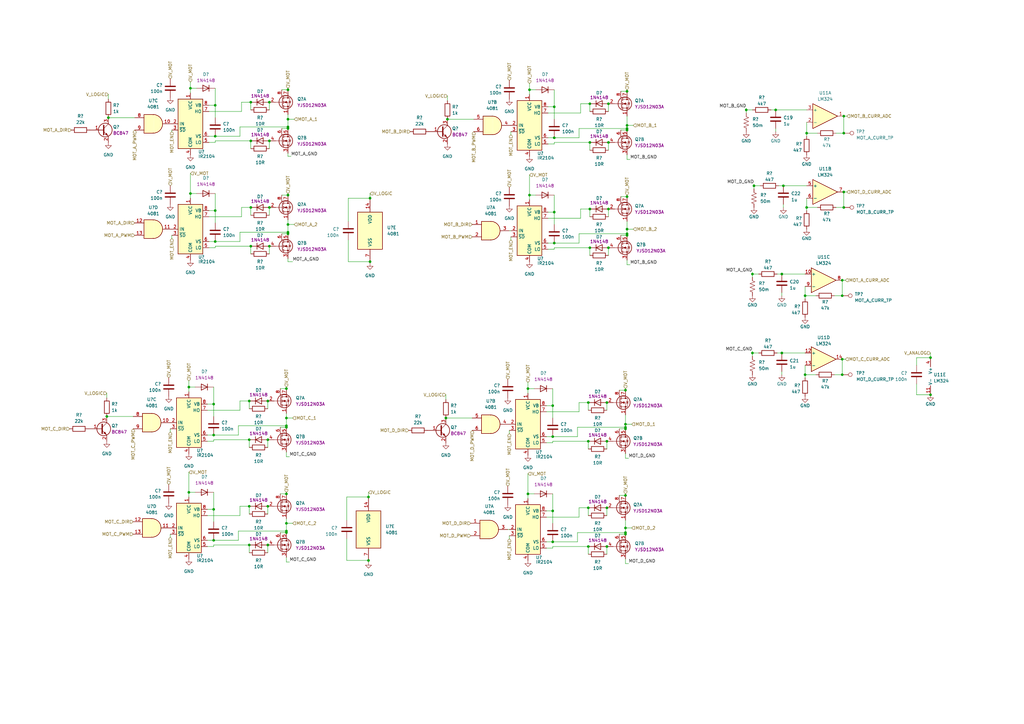
<source format=kicad_sch>
(kicad_sch (version 20230121) (generator eeschema)
  (paper "A3")
  (title_block (title "H-Bridges") (date "2023-04-06") (rev "V1.0") (comment 1 "Zuzanna Kunikowska") (comment 2 "Mateusz Wójcik"))
  (junction (at 257.175 53.34))
  (junction (at 256.54 175.26))
  (junction (at 308.61 112.395))
  (junction (at 217.17 36.83))
  (junction (at 102.235 180.34))
  (junction (at 257.175 52.705))
  (junction (at 87.63 208.915))
  (junction (at 345.44 147.32))
  (junction (at 330.835 54.61))
  (junction (at 117.475 159.385))
  (junction (at 118.11 95.885))
  (junction (at 345.44 121.285))
  (junction (at 118.11 92.075))
  (junction (at 110.49 57.785))
  (junction (at 318.135 45.085))
  (junction (at 249.555 58.42))
  (junction (at 256.54 216.535))
  (junction (at 88.265 55.88))
  (junction (at 102.235 223.52))
  (junction (at 249.555 101.6))
  (junction (at 241.3 180.975))
  (junction (at 248.92 180.975))
  (junction (at 118.11 36.83))
  (junction (at 308.61 144.78))
  (junction (at 77.47 158.75))
  (junction (at 109.855 207.645))
  (junction (at 87.63 221.615))
  (junction (at 248.92 165.1))
  (junction (at 346.075 85.09))
  (junction (at 78.105 36.195))
  (junction (at 216.535 202.565))
  (junction (at 102.235 207.645))
  (junction (at 321.31 76.2))
  (junction (at 256.54 173.99))
  (junction (at 109.855 180.34))
  (junction (at 226.695 179.07))
  (junction (at 117.475 171.45))
  (junction (at 257.175 95.885))
  (junction (at 241.3 208.28))
  (junction (at 118.11 80.01))
  (junction (at 309.245 76.2))
  (junction (at 87.63 178.435))
  (junction (at 248.92 208.28))
  (junction (at 256.54 160.02))
  (junction (at 257.175 93.98))
  (junction (at 117.475 217.805))
  (junction (at 257.175 80.645))
  (junction (at 249.555 85.725))
  (junction (at 345.44 153.67))
  (junction (at 241.3 165.1))
  (junction (at 118.11 52.705))
  (junction (at 241.935 42.545))
  (junction (at 102.87 85.09))
  (junction (at 109.855 164.465))
  (junction (at 117.475 175.26))
  (junction (at 381.635 161.925))
  (junction (at 257.175 51.435))
  (junction (at 118.11 48.895))
  (junction (at 78.105 79.375))
  (junction (at 102.87 100.965))
  (junction (at 151.765 81.28))
  (junction (at 257.175 37.465))
  (junction (at 256.54 219.075))
  (junction (at 217.17 80.01))
  (junction (at 257.175 96.52))
  (junction (at 330.2 121.285))
  (junction (at 110.49 100.965))
  (junction (at 248.92 224.155))
  (junction (at 256.54 218.44))
  (junction (at 226.695 209.55))
  (junction (at 330.2 153.67))
  (junction (at 345.44 114.935))
  (junction (at 118.11 52.07))
  (junction (at 88.265 86.36))
  (junction (at 117.475 174.625))
  (junction (at 226.695 222.25))
  (junction (at 117.475 214.63))
  (junction (at 118.11 95.25))
  (junction (at 102.87 41.91))
  (junction (at 227.33 56.515))
  (junction (at 320.675 144.78))
  (junction (at 87.63 165.735))
  (junction (at 381.635 146.685))
  (junction (at 183.515 48.895))
  (junction (at 216.535 159.385))
  (junction (at 110.49 41.91))
  (junction (at 241.935 85.725))
  (junction (at 117.475 218.44))
  (junction (at 227.33 99.695))
  (junction (at 151.765 107.315))
  (junction (at 102.87 57.785))
  (junction (at 182.88 171.45))
  (junction (at 110.49 85.09))
  (junction (at 241.3 224.155))
  (junction (at 320.675 112.395))
  (junction (at 241.935 101.6))
  (junction (at 88.265 99.06))
  (junction (at 151.13 229.87))
  (junction (at 346.075 78.74))
  (junction (at 44.45 48.26))
  (junction (at 256.54 175.895))
  (junction (at 256.54 203.2))
  (junction (at 330.835 85.09))
  (junction (at 241.935 58.42))
  (junction (at 306.07 45.085))
  (junction (at 88.265 43.18))
  (junction (at 249.555 42.545))
  (junction (at 117.475 202.565))
  (junction (at 226.695 166.37))
  (junction (at 77.47 201.93))
  (junction (at 346.075 54.61))
  (junction (at 102.235 164.465))
  (junction (at 151.13 203.835))
  (junction (at 227.33 86.995))
  (junction (at 43.815 170.815))
  (junction (at 109.855 223.52))
  (junction (at 227.33 43.815))
  (junction (at 346.075 47.625))
  (wire (pts (xy 309.245 75.565) (xy 309.245 76.2)))
  (wire (pts (xy 114.935 175.26) (xy 117.475 175.26)))
  (wire (pts (xy 44.45 48.26) (xy 55.245 48.26)))
  (wire (pts (xy 224.79 56.515) (xy 227.33 56.515)))
  (wire (pts (xy 224.155 222.25) (xy 226.695 222.25)))
  (wire (pts (xy 109.855 223.52) (xy 109.855 226.695)))
  (wire (pts (xy 306.07 45.085) (xy 308.61 45.085)))
  (wire (pts (xy 97.79 217.805) (xy 117.475 217.805)))
  (wire (pts (xy 256.54 159.385) (xy 256.54 160.02)))
  (wire (pts (xy 345.44 147.32) (xy 345.44 153.67)))
  (wire (pts (xy 254 160.02) (xy 256.54 160.02)))
  (wire (pts (xy 98.425 99.06) (xy 98.425 95.25)))
  (wire (pts (xy 224.155 209.55) (xy 226.695 209.55)))
  (wire (pts (xy 226.695 180.975) (xy 241.3 180.975)))
  (wire (pts (xy 102.87 57.785) (xy 102.87 60.96)))
  (wire (pts (xy 77.47 201.93) (xy 80.01 201.93)))
  (wire (pts (xy 117.475 171.45) (xy 117.475 174.625)))
  (wire (pts (xy 254 219.075) (xy 256.54 219.075)))
  (wire (pts (xy 257.175 47.625) (xy 257.175 51.435)))
  (wire (pts (xy 224.79 102.235) (xy 227.33 102.235)))
  (wire (pts (xy 118.11 95.25) (xy 118.11 95.885)))
  (wire (pts (xy 85.725 45.72) (xy 99.06 45.72)))
  (wire (pts (xy 316.23 45.085) (xy 318.135 45.085)))
  (wire (pts (xy 183.515 48.895) (xy 194.31 48.895)))
  (wire (pts (xy 306.07 46.355) (xy 306.07 45.085)))
  (wire (pts (xy 85.725 101.6) (xy 88.265 101.6)))
  (wire (pts (xy 78.105 79.375) (xy 78.105 81.28)))
  (wire (pts (xy 345.44 114.935) (xy 346.71 114.935)))
  (wire (pts (xy 256.54 170.18) (xy 256.54 173.99)))
  (wire (pts (xy 258.445 108.585) (xy 257.175 108.585)))
  (wire (pts (xy 257.175 93.98) (xy 257.175 95.885)))
  (wire (pts (xy 110.49 41.91) (xy 110.49 45.085)))
  (wire (pts (xy 257.175 108.585) (xy 257.175 106.68)))
  (wire (pts (xy 43.815 170.815) (xy 54.61 170.815)))
  (wire (pts (xy 142.875 98.425) (xy 142.875 107.315)))
  (wire (pts (xy 117.475 158.75) (xy 117.475 159.385)))
  (wire (pts (xy 346.075 54.61) (xy 346.075 47.625)))
  (wire (pts (xy 142.875 81.28) (xy 142.875 90.805)))
  (wire (pts (xy 237.49 52.705) (xy 257.175 52.705)))
  (wire (pts (xy 87.63 223.52) (xy 102.235 223.52)))
  (wire (pts (xy 85.09 211.455) (xy 98.425 211.455)))
  (wire (pts (xy 226.695 159.385) (xy 226.695 166.37)))
  (wire (pts (xy 97.79 178.435) (xy 97.79 174.625)))
  (wire (pts (xy 208.28 217.17) (xy 208.915 217.17)))
  (wire (pts (xy 142.24 203.835) (xy 142.24 213.36)))
  (wire (pts (xy 342.265 121.285) (xy 345.44 121.285)))
  (wire (pts (xy 257.175 95.885) (xy 257.175 96.52)))
  (wire (pts (xy 330.835 85.09) (xy 335.28 85.09)))
  (wire (pts (xy 237.49 168.91) (xy 237.49 165.1)))
  (wire (pts (xy 224.155 166.37) (xy 226.695 166.37)))
  (wire (pts (xy 308.61 144.78) (xy 311.15 144.78)))
  (wire (pts (xy 110.49 100.965) (xy 110.49 104.14)))
  (wire (pts (xy 88.265 101.6) (xy 88.265 100.965)))
  (wire (pts (xy 346.075 47.625) (xy 347.345 47.625)))
  (wire (pts (xy 249.555 58.42) (xy 249.555 61.595)))
  (wire (pts (xy 256.54 216.535) (xy 256.54 218.44)))
  (wire (pts (xy 254.635 80.645) (xy 257.175 80.645)))
  (wire (pts (xy 208.915 94.615) (xy 209.55 94.615)))
  (wire (pts (xy 309.245 77.47) (xy 309.245 76.2)))
  (wire (pts (xy 257.175 65.405) (xy 257.175 63.5)))
  (wire (pts (xy 217.17 34.29) (xy 217.17 36.83)))
  (wire (pts (xy 342.9 54.61) (xy 346.075 54.61)))
  (wire (pts (xy 227.33 80.01) (xy 227.33 86.995)))
  (wire (pts (xy 254 203.2) (xy 256.54 203.2)))
  (wire (pts (xy 318.135 53.975) (xy 318.135 52.705)))
  (wire (pts (xy 227.33 101.6) (xy 241.935 101.6)))
  (wire (pts (xy 88.265 43.18) (xy 88.265 48.26)))
  (wire (pts (xy 226.695 224.155) (xy 241.3 224.155)))
  (wire (pts (xy 88.265 100.965) (xy 102.87 100.965)))
  (wire (pts (xy 381.635 146.685) (xy 375.92 146.685)))
  (wire (pts (xy 98.425 55.88) (xy 98.425 52.07)))
  (wire (pts (xy 224.155 224.79) (xy 226.695 224.79)))
  (wire (pts (xy 85.09 224.155) (xy 87.63 224.155)))
  (wire (pts (xy 117.475 171.45) (xy 120.015 171.45)))
  (wire (pts (xy 241.3 165.1) (xy 241.3 168.275)))
  (wire (pts (xy 85.725 99.06) (xy 88.265 99.06)))
  (wire (pts (xy 110.49 85.09) (xy 110.49 88.265)))
  (wire (pts (xy 227.33 102.235) (xy 227.33 101.6)))
  (wire (pts (xy 237.49 95.885) (xy 257.175 95.885)))
  (wire (pts (xy 43.815 161.29) (xy 43.815 163.195)))
  (wire (pts (xy 77.47 156.21) (xy 77.47 158.75)))
  (wire (pts (xy 346.075 78.74) (xy 346.075 85.09)))
  (wire (pts (xy 330.835 50.165) (xy 330.835 54.61)))
  (wire (pts (xy 109.855 164.465) (xy 109.855 167.64)))
  (wire (pts (xy 249.555 101.6) (xy 249.555 104.775)))
  (wire (pts (xy 151.13 203.835) (xy 142.24 203.835)))
  (wire (pts (xy 85.09 221.615) (xy 87.63 221.615)))
  (wire (pts (xy 256.54 175.26) (xy 256.54 175.895)))
  (wire (pts (xy 345.44 147.32) (xy 346.71 147.32)))
  (wire (pts (xy 319.405 76.2) (xy 321.31 76.2)))
  (wire (pts (xy 227.33 59.055) (xy 227.33 58.42)))
  (wire (pts (xy 217.17 80.01) (xy 217.17 81.915)))
  (wire (pts (xy 330.835 54.61) (xy 330.835 55.88)))
  (wire (pts (xy 77.47 158.75) (xy 80.01 158.75)))
  (wire (pts (xy 227.33 36.83) (xy 227.33 43.815)))
  (wire (pts (xy 241.3 224.155) (xy 241.3 227.33)))
  (wire (pts (xy 248.92 208.28) (xy 248.92 211.455)))
  (wire (pts (xy 308.61 112.395) (xy 311.15 112.395)))
  (wire (pts (xy 216.535 159.385) (xy 216.535 161.29)))
  (wire (pts (xy 241.935 42.545) (xy 241.935 45.72)))
  (wire (pts (xy 88.265 57.785) (xy 102.87 57.785)))
  (wire (pts (xy 320.675 121.285) (xy 320.675 120.015)))
  (wire (pts (xy 237.49 56.515) (xy 237.49 52.705)))
  (wire (pts (xy 117.475 169.545) (xy 117.475 171.45)))
  (wire (pts (xy 237.49 99.695) (xy 237.49 95.885)))
  (wire (pts (xy 308.61 146.05) (xy 308.61 144.78)))
  (wire (pts (xy 142.875 107.315) (xy 151.765 107.315)))
  (wire (pts (xy 224.155 179.07) (xy 226.695 179.07)))
  (wire (pts (xy 238.125 42.545) (xy 241.935 42.545)))
  (wire (pts (xy 256.54 173.99) (xy 256.54 175.26)))
  (wire (pts (xy 120.015 107.315) (xy 118.11 107.315)))
  (wire (pts (xy 85.725 55.88) (xy 88.265 55.88)))
  (wire (pts (xy 69.85 219.075) (xy 69.85 220.345)))
  (wire (pts (xy 85.09 165.735) (xy 87.63 165.735)))
  (wire (pts (xy 224.79 89.535) (xy 238.125 89.535)))
  (wire (pts (xy 216.535 194.31) (xy 216.535 202.565)))
  (wire (pts (xy 87.63 180.975) (xy 87.63 180.34)))
  (wire (pts (xy 241.3 180.975) (xy 241.3 184.15)))
  (wire (pts (xy 227.33 99.695) (xy 237.49 99.695)))
  (wire (pts (xy 256.54 202.565) (xy 256.54 203.2)))
  (wire (pts (xy 254.635 96.52) (xy 257.175 96.52)))
  (wire (pts (xy 87.63 224.155) (xy 87.63 223.52)))
  (wire (pts (xy 99.06 45.72) (xy 99.06 41.91)))
  (wire (pts (xy 209.55 97.155) (xy 209.55 98.425)))
  (wire (pts (xy 115.57 36.83) (xy 118.11 36.83)))
  (wire (pts (xy 88.265 58.42) (xy 88.265 57.785)))
  (wire (pts (xy 114.935 202.565) (xy 117.475 202.565)))
  (wire (pts (xy 237.49 165.1) (xy 241.3 165.1)))
  (wire (pts (xy 102.87 41.91) (xy 102.87 45.085)))
  (wire (pts (xy 118.11 48.895) (xy 118.11 52.07)))
  (wire (pts (xy 78.105 71.12) (xy 78.105 79.375)))
  (wire (pts (xy 77.47 193.675) (xy 77.47 201.93)))
  (wire (pts (xy 330.835 54.61) (xy 335.28 54.61)))
  (wire (pts (xy 224.79 99.695) (xy 227.33 99.695)))
  (wire (pts (xy 238.125 85.725) (xy 241.935 85.725)))
  (wire (pts (xy 87.63 201.93) (xy 87.63 208.915)))
  (wire (pts (xy 227.33 58.42) (xy 241.935 58.42)))
  (wire (pts (xy 115.57 95.885) (xy 118.11 95.885)))
  (wire (pts (xy 217.17 71.755) (xy 217.17 80.01)))
  (wire (pts (xy 118.11 52.07) (xy 118.11 52.705)))
  (wire (pts (xy 217.17 80.01) (xy 219.71 80.01)))
  (wire (pts (xy 309.245 76.2) (xy 311.785 76.2)))
  (wire (pts (xy 87.63 165.735) (xy 87.63 170.815)))
  (wire (pts (xy 306.07 44.45) (xy 306.07 45.085)))
  (wire (pts (xy 151.13 201.93) (xy 151.13 203.835)))
  (wire (pts (xy 241.935 85.725) (xy 241.935 88.9)))
  (wire (pts (xy 318.77 112.395) (xy 320.675 112.395)))
  (wire (pts (xy 249.555 42.545) (xy 249.555 45.72)))
  (wire (pts (xy 254 175.895) (xy 256.54 175.895)))
  (wire (pts (xy 254.635 37.465) (xy 257.175 37.465)))
  (wire (pts (xy 151.765 81.28) (xy 142.875 81.28)))
  (wire (pts (xy 118.11 46.99) (xy 118.11 48.895)))
  (wire (pts (xy 85.09 178.435) (xy 87.63 178.435)))
  (wire (pts (xy 70.485 53.975) (xy 70.485 53.34)))
  (wire (pts (xy 102.87 85.09) (xy 102.87 88.265)))
  (wire (pts (xy 226.695 224.79) (xy 226.695 224.155)))
  (wire (pts (xy 227.33 86.995) (xy 227.33 92.075)))
  (wire (pts (xy 330.835 85.09) (xy 330.835 86.36)))
  (wire (pts (xy 85.09 208.915) (xy 87.63 208.915)))
  (wire (pts (xy 256.54 213.36) (xy 256.54 216.535)))
  (wire (pts (xy 257.175 90.805) (xy 257.175 93.98)))
  (wire (pts (xy 118.11 107.315) (xy 118.11 106.045)))
  (wire (pts (xy 102.235 180.34) (xy 102.235 183.515)))
  (wire (pts (xy 248.92 180.975) (xy 248.92 184.15)))
  (wire (pts (xy 249.555 85.725) (xy 249.555 88.9)))
  (wire (pts (xy 142.24 220.98) (xy 142.24 229.87)))
  (wire (pts (xy 256.54 216.535) (xy 259.08 216.535)))
  (wire (pts (xy 224.79 46.355) (xy 238.125 46.355)))
  (wire (pts (xy 151.13 203.835) (xy 151.13 204.47)))
  (wire (pts (xy 224.79 86.995) (xy 227.33 86.995)))
  (wire (pts (xy 224.155 168.91) (xy 237.49 168.91)))
  (wire (pts (xy 97.79 174.625) (xy 117.475 174.625)))
  (wire (pts (xy 182.88 161.925) (xy 182.88 163.83)))
  (wire (pts (xy 342.265 153.67) (xy 345.44 153.67)))
  (wire (pts (xy 118.11 90.17) (xy 118.11 92.075)))
  (wire (pts (xy 241.3 208.28) (xy 241.3 211.455)))
  (wire (pts (xy 99.06 88.9) (xy 99.06 85.09)))
  (wire (pts (xy 227.33 43.815) (xy 227.33 48.895)))
  (wire (pts (xy 78.105 79.375) (xy 80.645 79.375)))
  (wire (pts (xy 257.175 52.705) (xy 257.175 53.34)))
  (wire (pts (xy 98.425 211.455) (xy 98.425 207.645)))
  (wire (pts (xy 330.2 153.67) (xy 330.2 154.94)))
  (wire (pts (xy 238.125 46.355) (xy 238.125 42.545)))
  (wire (pts (xy 102.235 223.52) (xy 102.235 226.695)))
  (wire (pts (xy 375.92 157.48) (xy 375.92 161.925)))
  (wire (pts (xy 241.935 58.42) (xy 241.935 61.595)))
  (wire (pts (xy 114.935 159.385) (xy 117.475 159.385)))
  (wire (pts (xy 216.535 202.565) (xy 216.535 204.47)))
  (wire (pts (xy 118.11 48.895) (xy 120.65 48.895)))
  (wire (pts (xy 330.2 149.86) (xy 330.2 153.67)))
  (wire (pts (xy 375.92 161.925) (xy 381.635 161.925)))
  (wire (pts (xy 308.61 111.76) (xy 308.61 112.395)))
  (wire (pts (xy 117.475 230.505) (xy 117.475 228.6)))
  (wire (pts (xy 257.175 51.435) (xy 259.715 51.435)))
  (wire (pts (xy 381.635 144.78) (xy 381.635 146.685)))
  (wire (pts (xy 99.06 41.91) (xy 102.87 41.91)))
  (wire (pts (xy 226.695 222.25) (xy 236.855 222.25)))
  (wire (pts (xy 257.175 36.83) (xy 257.175 37.465)))
  (wire (pts (xy 118.745 187.325) (xy 117.475 187.325)))
  (wire (pts (xy 224.79 59.055) (xy 227.33 59.055)))
  (wire (pts (xy 257.175 80.01) (xy 257.175 80.645)))
  (wire (pts (xy 241.935 101.6) (xy 241.935 104.775)))
  (wire (pts (xy 87.63 180.34) (xy 102.235 180.34)))
  (wire (pts (xy 151.765 107.95) (xy 151.765 107.315)))
  (wire (pts (xy 375.92 146.685) (xy 375.92 149.86)))
  (wire (pts (xy 97.79 221.615) (xy 97.79 217.805)))
  (wire (pts (xy 109.855 207.645) (xy 109.855 210.82)))
  (wire (pts (xy 87.63 178.435) (xy 97.79 178.435)))
  (wire (pts (xy 256.54 231.14) (xy 256.54 229.235)))
  (wire (pts (xy 346.075 78.74) (xy 347.345 78.74)))
  (wire (pts (xy 238.125 89.535) (xy 238.125 85.725)))
  (wire (pts (xy 119.38 64.135) (xy 118.11 64.135)))
  (wire (pts (xy 98.425 164.465) (xy 102.235 164.465)))
  (wire (pts (xy 118.11 92.075) (xy 118.11 95.25)))
  (wire (pts (xy 320.675 144.78) (xy 330.2 144.78)))
  (wire (pts (xy 342.9 85.09) (xy 346.075 85.09)))
  (wire (pts (xy 308.61 112.395) (xy 308.61 113.665)))
  (wire (pts (xy 226.695 179.07) (xy 236.855 179.07)))
  (wire (pts (xy 85.09 168.275) (xy 98.425 168.275)))
  (wire (pts (xy 78.105 36.195) (xy 78.105 38.1)))
  (wire (pts (xy 258.445 65.405) (xy 257.175 65.405)))
  (wire (pts (xy 257.175 93.98) (xy 259.715 93.98)))
  (wire (pts (xy 117.475 187.325) (xy 117.475 185.42)))
  (wire (pts (xy 44.45 38.735) (xy 44.45 40.64)))
  (wire (pts (xy 248.92 165.1) (xy 248.92 168.275)))
  (wire (pts (xy 226.695 166.37) (xy 226.695 171.45)))
  (wire (pts (xy 256.54 173.99) (xy 259.08 173.99)))
  (wire (pts (xy 102.235 207.645) (xy 102.235 210.82)))
  (wire (pts (xy 236.855 222.25) (xy 236.855 218.44)))
  (wire (pts (xy 85.725 58.42) (xy 88.265 58.42)))
  (wire (pts (xy 102.235 164.465) (xy 102.235 167.64)))
  (wire (pts (xy 321.31 85.09) (xy 321.31 83.82)))
  (wire (pts (xy 345.44 114.935) (xy 345.44 121.285)))
  (wire (pts (xy 208.915 176.53) (xy 208.915 177.8)))
  (wire (pts (xy 69.85 175.895) (xy 69.85 177.165)))
  (wire (pts (xy 118.745 230.505) (xy 117.475 230.505)))
  (wire (pts (xy 98.425 52.07) (xy 118.11 52.07)))
  (wire (pts (xy 320.675 153.67) (xy 320.675 152.4)))
  (wire (pts (xy 99.06 85.09) (xy 102.87 85.09)))
  (wire (pts (xy 236.855 175.26) (xy 256.54 175.26)))
  (wire (pts (xy 98.425 207.645) (xy 102.235 207.645)))
  (wire (pts (xy 216.535 202.565) (xy 219.075 202.565)))
  (wire (pts (xy 330.2 153.67) (xy 334.645 153.67)))
  (wire (pts (xy 98.425 168.275) (xy 98.425 164.465)))
  (wire (pts (xy 237.49 208.28) (xy 241.3 208.28)))
  (wire (pts (xy 77.47 201.93) (xy 77.47 203.835)))
  (wire (pts (xy 109.855 180.34) (xy 109.855 183.515)))
  (wire (pts (xy 256.54 186.055) (xy 256.54 187.96)))
  (wire (pts (xy 151.765 79.375) (xy 151.765 81.28)))
  (wire (pts (xy 248.92 224.155) (xy 248.92 227.33)))
  (wire (pts (xy 330.2 117.475) (xy 330.2 121.285)))
  (wire (pts (xy 77.47 158.75) (xy 77.47 160.655)))
  (wire (pts (xy 78.105 36.195) (xy 80.645 36.195)))
  (wire (pts (xy 320.675 112.395) (xy 330.2 112.395)))
  (wire (pts (xy 115.57 80.01) (xy 118.11 80.01)))
  (wire (pts (xy 142.24 229.87) (xy 151.13 229.87)))
  (wire (pts (xy 88.265 79.375) (xy 88.265 86.36)))
  (wire (pts (xy 236.855 179.07) (xy 236.855 175.26)))
  (wire (pts (xy 254.635 53.34) (xy 257.175 53.34)))
  (wire (pts (xy 224.155 181.61) (xy 226.695 181.61)))
  (wire (pts (xy 217.17 36.83) (xy 219.71 36.83)))
  (wire (pts (xy 70.485 96.52) (xy 70.485 97.79)))
  (wire (pts (xy 118.11 92.075) (xy 120.65 92.075)))
  (wire (pts (xy 224.79 43.815) (xy 227.33 43.815)))
  (wire (pts (xy 226.695 181.61) (xy 226.695 180.975)))
  (wire (pts (xy 257.175 51.435) (xy 257.175 52.705)))
  (wire (pts (xy 78.105 33.655) (xy 78.105 36.195)))
  (wire (pts (xy 227.33 56.515) (xy 237.49 56.515)))
  (wire (pts (xy 117.475 214.63) (xy 120.015 214.63)))
  (wire (pts (xy 182.88 171.45) (xy 193.675 171.45)))
  (wire (pts (xy 87.63 158.75) (xy 87.63 165.735)))
  (wire (pts (xy 85.725 86.36) (xy 88.265 86.36)))
  (wire (pts (xy 256.54 187.96) (xy 257.81 187.96)))
  (wire (pts (xy 88.265 86.36) (xy 88.265 91.44)))
  (wire (pts (xy 318.77 144.78) (xy 320.675 144.78)))
  (wire (pts (xy 88.265 55.88) (xy 98.425 55.88)))
  (wire (pts (xy 85.09 180.975) (xy 87.63 180.975)))
  (wire (pts (xy 330.835 81.28) (xy 330.835 85.09)))
  (wire (pts (xy 321.31 76.2) (xy 330.835 76.2)))
  (wire (pts (xy 88.265 99.06) (xy 98.425 99.06)))
  (wire (pts (xy 257.81 231.14) (xy 256.54 231.14)))
  (wire (pts (xy 118.11 79.375) (xy 118.11 80.01)))
  (wire (pts (xy 88.265 36.195) (xy 88.265 43.18)))
  (wire (pts (xy 209.55 53.975) (xy 209.55 55.245)))
  (wire (pts (xy 208.915 219.71) (xy 208.915 220.98)))
  (wire (pts (xy 183.515 39.37) (xy 183.515 41.275)))
  (wire (pts (xy 226.695 209.55) (xy 226.695 214.63)))
  (wire (pts (xy 117.475 201.93) (xy 117.475 202.565)))
  (wire (pts (xy 216.535 156.845) (xy 216.535 159.385)))
  (wire (pts (xy 98.425 95.25) (xy 118.11 95.25)))
  (wire (pts (xy 85.725 88.9) (xy 99.06 88.9)))
  (wire (pts (xy 330.2 121.285) (xy 330.2 122.555)))
  (wire (pts (xy 114.935 218.44) (xy 117.475 218.44)))
  (wire (pts (xy 151.765 81.28) (xy 151.765 81.915)))
  (wire (pts (xy 318.135 45.085) (xy 330.835 45.085)))
  (wire (pts (xy 118.11 64.135) (xy 118.11 62.865)))
  (wire (pts (xy 117.475 174.625) (xy 117.475 175.26)))
  (wire (pts (xy 115.57 52.705) (xy 118.11 52.705)))
  (wire (pts (xy 217.17 36.83) (xy 217.17 38.735)))
  (wire (pts (xy 87.63 208.915) (xy 87.63 213.995)))
  (wire (pts (xy 117.475 217.805) (xy 117.475 218.44)))
  (wire (pts (xy 256.54 218.44) (xy 256.54 219.075)))
  (wire (pts (xy 87.63 221.615) (xy 97.79 221.615)))
  (wire (pts (xy 117.475 212.725) (xy 117.475 214.63)))
  (wire (pts (xy 216.535 159.385) (xy 219.075 159.385)))
  (wire (pts (xy 151.13 230.505) (xy 151.13 229.87)))
  (wire (pts (xy 226.695 202.565) (xy 226.695 209.55)))
  (wire (pts (xy 330.2 121.285) (xy 334.645 121.285)))
  (wire (pts (xy 237.49 212.09) (xy 237.49 208.28)))
  (wire (pts (xy 85.725 43.18) (xy 88.265 43.18)))
  (wire (pts (xy 308.61 144.145) (xy 308.61 144.78)))
  (wire (pts (xy 224.155 212.09) (xy 237.49 212.09)))
  (wire (pts (xy 110.49 57.785) (xy 110.49 60.96)))
  (wire (pts (xy 117.475 214.63) (xy 117.475 217.805)))
  (wire (pts (xy 102.87 100.965) (xy 102.87 104.14)))
  (wire (pts (xy 118.11 36.195) (xy 118.11 36.83)))
  (wire (pts (xy 236.855 218.44) (xy 256.54 218.44)))
  (label "MOT_C_GND" (at 118.745 187.325 0))
  (label "MOT_B_GND" (at 258.445 65.405 0))
  (label "MOT_A_GND" (at 308.61 111.76 180))
  (label "MOT_B_GND" (at 306.07 44.45 180))
  (label "MOT_A_GND" (at 120.015 107.315 0))
  (label "MOT_D_GND" (at 309.245 75.565 180))
  (label "MOT_C_GND" (at 118.745 230.505 0))
  (label "MOT_B_GND" (at 258.445 108.585 0))
  (label "MOT_D_GND" (at 257.81 231.14 0))
  (label "MOT_A_GND" (at 119.38 64.135 0))
  (label "MOT_D_GND" (at 257.81 187.96 0))
  (label "MOT_C_GND" (at 308.61 144.145 180))
  (hierarchical_label "MOT_EN" (shape input) (at 208.915 177.8 270))
  (hierarchical_label "MOT_C_DIR" (shape input) (at 28.575 175.895 180))
  (hierarchical_label "MOT_EN" (shape input) (at 209.55 98.425 270))
  (hierarchical_label "V_MOT" (shape input) (at 77.47 156.21 90))
  (hierarchical_label "MOT_EN" (shape input) (at 209.55 55.245 270))
  (hierarchical_label "MOT_B_PWM" (shape input) (at 193.675 97.155 180))
  (hierarchical_label "V_MOT" (shape input) (at 69.215 198.755 90))
  (hierarchical_label "V_MOT" (shape input) (at 208.915 33.02 90))
  (hierarchical_label "MOT_A_1" (shape input) (at 120.65 48.895 0))
  (hierarchical_label "V_MOT" (shape input) (at 78.105 33.655 90))
  (hierarchical_label "V_MOT" (shape input) (at 117.475 158.75 90))
  (hierarchical_label "MOT_C_1" (shape input) (at 120.015 171.45 0))
  (hierarchical_label "MOT_D_DIR" (shape input) (at 167.64 176.53 180))
  (hierarchical_label "V_MOT" (shape input) (at 217.17 71.755 0))
  (hierarchical_label "V_LOGIC" (shape input) (at 182.88 161.925 180))
  (hierarchical_label "MOT_EN" (shape input) (at 208.915 220.98 270))
  (hierarchical_label "V_MOT" (shape input) (at 69.85 32.385 90))
  (hierarchical_label "MOT_EN" (shape input) (at 70.485 97.79 270))
  (hierarchical_label "V_MOT" (shape input) (at 216.535 194.31 0))
  (hierarchical_label "MOT_C_CURR_ADC" (shape input) (at 346.71 147.32 0))
  (hierarchical_label "MOT_D_2" (shape input) (at 259.08 216.535 0))
  (hierarchical_label "V_LOGIC" (shape input) (at 183.515 39.37 180))
  (hierarchical_label "MOT_D_CURR_ADC" (shape input) (at 347.345 78.74 0))
  (hierarchical_label "MOT_C_PWM" (shape input) (at 54.61 175.895 270))
  (hierarchical_label "MOT_B_2" (shape input) (at 259.715 93.98 0))
  (hierarchical_label "MOT_C_DIR" (shape input) (at 54.61 213.995 180))
  (hierarchical_label "MOT_B_DIR" (shape input) (at 193.675 92.075 180))
  (hierarchical_label "V_MOT" (shape input) (at 257.175 36.83 90))
  (hierarchical_label "V_MOT" (shape input) (at 118.11 36.195 90))
  (hierarchical_label "MOT_EN" (shape input) (at 69.85 220.345 270))
  (hierarchical_label "MOT_D_PWM" (shape input) (at 193.675 176.53 270))
  (hierarchical_label "MOT_D_PWM" (shape input) (at 193.04 219.71 180))
  (hierarchical_label "MOT_C_PWM" (shape input) (at 54.61 219.075 180))
  (hierarchical_label "MOT_B_1" (shape input) (at 259.715 51.435 0))
  (hierarchical_label "V_MOT" (shape input) (at 256.54 159.385 90))
  (hierarchical_label "MOT_C_2" (shape input) (at 120.015 214.63 0))
  (hierarchical_label "V_MOT" (shape input) (at 117.475 201.93 90))
  (hierarchical_label "V_MOT" (shape input) (at 217.17 34.29 90))
  (hierarchical_label "V_LOGIC" (shape input) (at 151.765 79.375 0))
  (hierarchical_label "MOT_A_DIR" (shape input) (at 55.245 91.44 180))
  (hierarchical_label "MOT_A_PWM" (shape input) (at 55.245 96.52 180))
  (hierarchical_label "MOT_A_PWM" (shape input) (at 55.245 53.34 270))
  (hierarchical_label "MOT_B_PWM" (shape input) (at 194.31 53.975 270))
  (hierarchical_label "MOT_D_DIR" (shape input) (at 193.04 214.63 180))
  (hierarchical_label "V_MOT" (shape input) (at 118.11 79.375 90))
  (hierarchical_label "V_MOT" (shape input) (at 208.28 199.39 90))
  (hierarchical_label "MOT_A_DIR" (shape input) (at 29.21 53.34 180))
  (hierarchical_label "V_LOGIC" (shape input) (at 151.13 201.93 0))
  (hierarchical_label "V_MOT" (shape input) (at 216.535 156.845 90))
  (hierarchical_label "V_ANALOG" (shape input) (at 381.635 144.78 180))
  (hierarchical_label "V_MOT" (shape input) (at 208.28 155.575 90))
  (hierarchical_label "V_LOGIC" (shape input) (at 44.45 38.735 180))
  (hierarchical_label "V_MOT" (shape input) (at 69.85 76.2 90))
  (hierarchical_label "V_MOT" (shape input) (at 256.54 202.565 90))
  (hierarchical_label "V_MOT" (shape input) (at 78.105 71.12 0))
  (hierarchical_label "MOT_EN" (shape input) (at 69.85 177.165 270))
  (hierarchical_label "MOT_B_CURR_ADC" (shape input) (at 347.345 47.625 0))
  (hierarchical_label "MOT_B_DIR" (shape input) (at 168.275 53.975 180))
  (hierarchical_label "V_MOT" (shape input) (at 69.215 154.94 90))
  (hierarchical_label "MOT_EN" (shape input) (at 70.485 53.975 270))
  (hierarchical_label "V_MOT" (shape input) (at 77.47 193.675 0))
  (hierarchical_label "MOT_A_2" (shape input) (at 120.65 92.075 0))
  (hierarchical_label "V_MOT" (shape input) (at 257.175 80.01 90))
  (hierarchical_label "MOT_A_CURR_ADC" (shape input) (at 346.71 114.935 0))
  (hierarchical_label "V_MOT" (shape input) (at 208.915 76.835 90))
  (hierarchical_label "MOT_D_1" (shape input) (at 259.08 173.99 0))
  (hierarchical_label "V_LOGIC" (shape input) (at 43.815 161.29 180))
  (symbol (lib_id "Device:R") (at 106.045 167.64 90) (unit 1)
    (property "Reference" "R?" (at 106.045 170.815 90))
    (property "Value" "10R" (at 106.045 173.355 90))
    (property "Footprint" "Resistor_SMD:R_0805_2012Metric" (effects hide))
    (instances (project "Robot_Controller_PCB" (path "" (reference "R?") (unit 1))) (project "Scout_Robot_Motor_Driver" (path "" (reference "R5") (unit 1))) (project "Scout_Robot_Controller" (path "" (reference "R54") (unit 1))))
  )
  (symbol (lib_id "kicad-library:YJSD12N03A") (at 254.635 101.6 0) (unit 2)
    (property "Reference" "Q?" (at 260.985 100.3299 0) (effects (justify left)))
    (property "Value" "YJSD12N03A" (effects hide))
    (property "Footprint" "Package_SO:SOIC-8_3.9x4.9mm_P1.27mm" (effects hide))
    (property "Datasheet" "https://www.tme.eu/Document/786d60e22b517677ac40b580e83fbbde/YJSD12N03A.pdf" (effects hide))
    (property "MPN" "YJSD12N03A" (at 260.985 102.8699 0) (effects (justify left)))
    (instances (project "Robot_Controller_PCB" (path "" (reference "Q?") (unit 2))) (project "Scout_Robot_Motor_Driver" (path "" (reference "Q12") (unit 2))) (project "Scout_Robot_Controller" (path "" (reference "Q18") (unit 2))))
  )
  (symbol (lib_id "Connector:TestPoint") (at 346.075 54.61 270) (unit 1)
    (property "Reference" "TP?" (at 351.155 53.975 90) (effects (justify left)))
    (property "Value" "MOT_A_CURR_TP" (at 351.155 56.515 90) (effects (justify left)))
    (property "Footprint" "TestPoint:TestPoint_Pad_D2.0mm" (effects hide))
    (instances (project "Robot_Controller_PCB" (path "" (reference "TP?") (unit 1))) (project "Scout_Robot_Motor_Driver" (path "" (reference "TP3") (unit 1))) (project "Scout_Robot_Controller" (path "" (reference "TP24") (unit 1))))
  )
  (symbol (lib_id "Device:C") (at 69.85 36.195 0) (unit 1)
    (property "Reference" "C?" (at 66.675 34.9249 0) (effects (justify right)))
    (property "Value" "100n" (at 66.675 37.4649 0) (effects (justify right)))
    (property "Footprint" "Capacitor_SMD:C_0805_2012Metric" (effects hide))
    (instances (project "Robot_Controller_PCB" (path "" (reference "C?") (unit 1))) (project "Scout_Robot_Motor_Driver" (path "" (reference "C3") (unit 1))) (project "Scout_Robot_Controller" (path "" (reference "C29") (unit 1))))
  )
  (symbol (lib_id "Device:R") (at 245.11 227.33 90) (unit 1)
    (property "Reference" "R?" (at 245.11 230.505 90))
    (property "Value" "10R" (at 245.11 233.045 90))
    (property "Footprint" "Resistor_SMD:R_0805_2012Metric" (effects hide))
    (instances (project "Robot_Controller_PCB" (path "" (reference "R?") (unit 1))) (project "Scout_Robot_Motor_Driver" (path "" (reference "R20") (unit 1))) (project "Scout_Robot_Controller" (path "" (reference "R69") (unit 1))))
  )
  (symbol (lib_id "Device:D") (at 245.745 101.6 0) (unit 1)
    (property "Reference" "D?" (at 245.745 97.155 0))
    (property "Value" "D" (effects hide))
    (property "Footprint" "Diode_SMD:D_1206_3216Metric" (effects hide))
    (property "Datasheet" "https://www.vishay.com/docs/81857/1n4148.pdf" (effects hide))
    (property "MPN" "1N4148" (at 245.745 99.06 0))
    (instances (project "Robot_Controller_PCB" (path "" (reference "D?") (unit 1))) (project "Scout_Robot_Motor_Driver" (path "" (reference "D24") (unit 1))) (project "Scout_Robot_Controller" (path "" (reference "D35") (unit 1))))
  )
  (symbol (lib_id "Device:R") (at 172.085 53.975 90) (unit 1)
    (property "Reference" "R?" (at 172.085 48.26 90))
    (property "Value" "22k" (at 172.085 50.8 90))
    (property "Footprint" "Resistor_SMD:R_0805_2012Metric" (effects hide))
    (instances (project "Robot_Controller_PCB" (path "" (reference "R?") (unit 1))) (project "Scout_Robot_Motor_Driver" (path "" (reference "R14") (unit 1))) (project "Scout_Robot_Controller" (path "" (reference "R63") (unit 1))))
  )
  (symbol (lib_id "4xxx:4081") (at 62.865 50.8 0) (unit 3)
    (property "Reference" "U?" (at 62.865 41.275 0))
    (property "Value" "4081" (at 62.865 43.815 0))
    (property "Footprint" "Package_SO:SOIC-14_3.9x8.7mm_P1.27mm" (effects hide))
    (property "Datasheet" "http://www.intersil.com/content/dam/Intersil/documents/cd40/cd4073bms-81bms-82bms.pdf" (effects hide))
    (instances (project "Robot_Controller_PCB" (path "" (reference "U?") (unit 3))) (project "Scout_Robot_Motor_Driver" (path "" (reference "U2") (unit 3))) (project "Scout_Robot_Controller" (path "" (reference "U9") (unit 3))))
  )
  (symbol (lib_id "Device:C") (at 227.33 95.885 0) (unit 1)
    (property "Reference" "C?" (at 230.505 94.6149 0) (effects (justify left)))
    (property "Value" "100n" (at 230.505 97.1549 0) (effects (justify left)))
    (property "Footprint" "Capacitor_SMD:C_0805_2012Metric" (effects hide))
    (instances (project "Robot_Controller_PCB" (path "" (reference "C?") (unit 1))) (project "Scout_Robot_Motor_Driver" (path "" (reference "C18") (unit 1))) (project "Scout_Robot_Controller" (path "" (reference "C44") (unit 1))))
  )
  (symbol (lib_id "Device:C") (at 208.28 159.385 0) (unit 1)
    (property "Reference" "C?" (at 205.105 158.1149 0) (effects (justify right)))
    (property "Value" "100n" (at 205.105 160.6549 0) (effects (justify right)))
    (property "Footprint" "Capacitor_SMD:C_0805_2012Metric" (effects hide))
    (instances (project "Robot_Controller_PCB" (path "" (reference "C?") (unit 1))) (project "Scout_Robot_Motor_Driver" (path "" (reference "C11") (unit 1))) (project "Scout_Robot_Controller" (path "" (reference "C37") (unit 1))))
  )
  (symbol (lib_id "Driver_FET:IR2104") (at 216.535 217.17 0) (unit 1)
    (property "Reference" "U?" (at 219.71 228.6 0) (effects (justify left)))
    (property "Value" "IR2104" (at 219.71 230.505 0) (effects (justify left)))
    (property "Footprint" "Package_SO:SOIC-8_3.9x4.9mm_P1.27mm" (effects hide))
    (property "Datasheet" "https://www.infineon.com/dgdl/ir2104.pdf?fileId=5546d462533600a4015355c7c1c31671" (effects hide))
    (instances (project "Robot_Controller_PCB" (path "" (reference "U?") (unit 1))) (project "Scout_Robot_Motor_Driver" (path "" (reference "U8") (unit 1))) (project "Scout_Robot_Controller" (path "" (reference "U15") (unit 1))))
  )
  (symbol (lib_id "Connector:TestPoint") (at 345.44 153.67 270) (unit 1)
    (property "Reference" "TP?" (at 351.155 153.035 90) (effects (justify left)))
    (property "Value" "MOT_D_CURR_TP" (at 351.155 155.575 90) (effects (justify left)))
    (property "Footprint" "TestPoint:TestPoint_Pad_D2.0mm" (effects hide))
    (instances (project "Robot_Controller_PCB" (path "" (reference "TP?") (unit 1))) (project "Scout_Robot_Motor_Driver" (path "" (reference "TP2") (unit 1))) (project "Scout_Robot_Controller" (path "" (reference "TP23") (unit 1))))
  )
  (symbol (lib_id "Device:C") (at 321.31 80.01 0) (unit 1)
    (property "Reference" "C22" (at 324.485 79.375 0) (effects (justify left)))
    (property "Value" "1u" (at 324.485 81.915 0) (effects (justify left)))
    (property "Footprint" "Capacitor_SMD:C_1206_3216Metric" (effects hide))
    (instances (project "Scout_Robot_Motor_Driver" (path "" (reference "C22") (unit 1))) (project "Scout_Robot_Controller" (path "" (reference "C48") (unit 1))))
  )
  (symbol (lib_id "Device:D") (at 83.82 201.93 180) (unit 1)
    (property "Reference" "D?" (at 83.82 195.58 0))
    (property "Value" "D" (effects hide))
    (property "Footprint" "Diode_SMD:D_1206_3216Metric" (effects hide))
    (property "Datasheet" "https://www.vishay.com/docs/81857/1n4148.pdf" (effects hide))
    (property "MPN" "1N4148" (at 83.82 198.12 0))
    (instances (project "Robot_Controller_PCB" (path "" (reference "D?") (unit 1))) (project "Scout_Robot_Motor_Driver" (path "" (reference "D2") (unit 1))) (project "Scout_Robot_Controller" (path "" (reference "D13") (unit 1))))
  )
  (symbol (lib_id "Driver_FET:IR2104") (at 217.17 94.615 0) (unit 1)
    (property "Reference" "U?" (at 220.345 106.045 0) (effects (justify left)))
    (property "Value" "IR2104" (at 220.345 107.95 0) (effects (justify left)))
    (property "Footprint" "Package_SO:SOIC-8_3.9x4.9mm_P1.27mm" (effects hide))
    (property "Datasheet" "https://www.infineon.com/dgdl/ir2104.pdf?fileId=5546d462533600a4015355c7c1c31671" (effects hide))
    (instances (project "Robot_Controller_PCB" (path "" (reference "U?") (unit 1))) (project "Scout_Robot_Motor_Driver" (path "" (reference "U10") (unit 1))) (project "Scout_Robot_Controller" (path "" (reference "U17") (unit 1))))
  )
  (symbol (lib_id "kicad-library:YJSD12N03A") (at 115.57 41.91 0) (unit 1)
    (property "Reference" "Q?" (at 121.92 40.6399 0) (effects (justify left)))
    (property "Value" "YJSD12N03A" (effects hide))
    (property "Footprint" "Package_SO:SOIC-8_3.9x4.9mm_P1.27mm" (effects hide))
    (property "Datasheet" "https://www.tme.eu/Document/786d60e22b517677ac40b580e83fbbde/YJSD12N03A.pdf" (effects hide))
    (property "MPN" "YJSD12N03A" (at 121.92 43.1799 0) (effects (justify left)))
    (instances (project "Robot_Controller_PCB" (path "" (reference "Q?") (unit 1))) (project "Scout_Robot_Motor_Driver" (path "" (reference "Q5") (unit 1))) (project "Scout_Robot_Controller" (path "" (reference "Q11") (unit 1))))
  )
  (symbol (lib_id "Device:R") (at 106.045 210.82 90) (unit 1)
    (property "Reference" "R?" (at 106.045 213.995 90))
    (property "Value" "10R" (at 106.045 216.535 90))
    (property "Footprint" "Resistor_SMD:R_0805_2012Metric" (effects hide))
    (instances (project "Robot_Controller_PCB" (path "" (reference "R?") (unit 1))) (project "Scout_Robot_Motor_Driver" (path "" (reference "R7") (unit 1))) (project "Scout_Robot_Controller" (path "" (reference "R56") (unit 1))))
  )
  (symbol (lib_id "Device:R") (at 106.68 88.265 90) (unit 1)
    (property "Reference" "R?" (at 106.68 91.44 90))
    (property "Value" "10R" (at 106.68 93.98 90))
    (property "Footprint" "Resistor_SMD:R_0805_2012Metric" (effects hide))
    (instances (project "Robot_Controller_PCB" (path "" (reference "R?") (unit 1))) (project "Scout_Robot_Motor_Driver" (path "" (reference "R11") (unit 1))) (project "Scout_Robot_Controller" (path "" (reference "R60") (unit 1))))
  )
  (symbol (lib_id "Device:R") (at 33.02 53.34 90) (unit 1)
    (property "Reference" "R?" (at 33.02 47.625 90))
    (property "Value" "22k" (at 33.02 50.165 90))
    (property "Footprint" "Resistor_SMD:R_0805_2012Metric" (effects hide))
    (instances (project "Robot_Controller_PCB" (path "" (reference "R?") (unit 1))) (project "Scout_Robot_Motor_Driver" (path "" (reference "R2") (unit 1))) (project "Scout_Robot_Controller" (path "" (reference "R51") (unit 1))))
  )
  (symbol (lib_id "power:GND") (at 320.675 153.67 0) (unit 1)
    (property "Reference" "#PWR?" (effects hide))
    (property "Value" "GND" (at 320.675 157.48 0))
    (instances (project "Robot_Controller_PCB" (path "" (reference "#PWR?") (unit 1))) (project "Scout_Robot_Motor_Driver" (path "" (reference "#PWR041") (unit 1))) (project "Scout_Robot_Controller" (path "" (reference "#PWR0147") (unit 1))))
  )
  (symbol (lib_id "Device:R") (at 245.11 168.275 90) (unit 1)
    (property "Reference" "R?" (at 245.11 171.45 90))
    (property "Value" "10R" (at 245.11 173.99 90))
    (property "Footprint" "Resistor_SMD:R_0805_2012Metric" (effects hide))
    (instances (project "Robot_Controller_PCB" (path "" (reference "R?") (unit 1))) (project "Scout_Robot_Motor_Driver" (path "" (reference "R17") (unit 1))) (project "Scout_Robot_Controller" (path "" (reference "R66") (unit 1))))
  )
  (symbol (lib_id "Device:C") (at 375.92 153.67 0) (unit 1)
    (property "Reference" "C?" (at 372.11 153.035 0) (effects (justify right)))
    (property "Value" "100n" (at 372.11 155.575 0) (effects (justify right)))
    (property "Footprint" "Capacitor_SMD:C_0805_2012Metric" (effects hide))
    (instances (project "Robot_Controller_PCB" (path "" (reference "C?") (unit 1))) (project "Scout_Robot_Motor_Driver" (path "" (reference "C23") (unit 1))) (project "Scout_Robot_Controller" (path "" (reference "C49") (unit 1))))
  )
  (symbol (lib_id "Device:R") (at 338.455 121.285 90) (unit 1)
    (property "Reference" "R?" (at 338.455 123.825 90))
    (property "Value" "47k" (at 338.455 126.365 90))
    (property "Footprint" "Resistor_SMD:R_0805_2012Metric" (effects hide))
    (instances (project "Robot_Controller_PCB" (path "" (reference "R?") (unit 1))) (project "Scout_Robot_Motor_Driver" (path "" (reference "R37") (unit 1))) (project "Scout_Robot_Controller" (path "" (reference "R86") (unit 1))))
  )
  (symbol (lib_id "kicad-library:YJSD12N03A") (at 254.635 58.42 0) (unit 2)
    (property "Reference" "Q?" (at 260.35 57.1499 0) (effects (justify left)))
    (property "Value" "YJSD12N03A" (effects hide))
    (property "Footprint" "Package_SO:SOIC-8_3.9x4.9mm_P1.27mm" (effects hide))
    (property "Datasheet" "https://www.tme.eu/Document/786d60e22b517677ac40b580e83fbbde/YJSD12N03A.pdf" (effects hide))
    (property "MPN" "YJSD12N03A" (at 260.35 59.6899 0) (effects (justify left)))
    (instances (project "Robot_Controller_PCB" (path "" (reference "Q?") (unit 2))) (project "Scout_Robot_Motor_Driver" (path "" (reference "Q11") (unit 2))) (project "Scout_Robot_Controller" (path "" (reference "Q17") (unit 2))))
  )
  (symbol (lib_id "Device:R") (at 312.42 45.085 270) (unit 1)
    (property "Reference" "R?" (at 312.42 40.005 90))
    (property "Value" "4k7" (at 312.42 42.545 90))
    (property "Footprint" "Resistor_SMD:R_0805_2012Metric" (effects hide))
    (instances (project "Robot_Controller_PCB" (path "" (reference "R?") (unit 1))) (project "Scout_Robot_Motor_Driver" (path "" (reference "R29") (unit 1))) (project "Scout_Robot_Controller" (path "" (reference "R78") (unit 1))))
  )
  (symbol (lib_id "Device:D") (at 106.68 57.785 0) (unit 1)
    (property "Reference" "D?" (at 106.68 53.34 0))
    (property "Value" "D" (effects hide))
    (property "Footprint" "Diode_SMD:D_1206_3216Metric" (effects hide))
    (property "Datasheet" "https://www.vishay.com/docs/81857/1n4148.pdf" (effects hide))
    (property "MPN" "1N4148" (at 106.68 55.245 0))
    (instances (project "Robot_Controller_PCB" (path "" (reference "D?") (unit 1))) (project "Scout_Robot_Motor_Driver" (path "" (reference "D10") (unit 1))) (project "Scout_Robot_Controller" (path "" (reference "D21") (unit 1))))
  )
  (symbol (lib_id "kicad-library:YJSD12N03A") (at 254 208.28 0) (unit 1)
    (property "Reference" "Q?" (at 259.715 207.0099 0) (effects (justify left)))
    (property "Value" "YJSD12N03A" (effects hide))
    (property "Footprint" "Package_SO:SOIC-8_3.9x4.9mm_P1.27mm" (effects hide))
    (property "Datasheet" "https://www.tme.eu/Document/786d60e22b517677ac40b580e83fbbde/YJSD12N03A.pdf" (effects hide))
    (property "MPN" "YJSD12N03A" (at 259.715 209.5499 0) (effects (justify left)))
    (instances (project "Robot_Controller_PCB" (path "" (reference "Q?") (unit 1))) (project "Scout_Robot_Motor_Driver" (path "" (reference "Q10") (unit 1))) (project "Scout_Robot_Controller" (path "" (reference "Q16") (unit 1))))
  )
  (symbol (lib_id "Device:D") (at 106.045 164.465 0) (unit 1)
    (property "Reference" "D?" (at 106.045 160.02 0))
    (property "Value" "D" (effects hide))
    (property "Footprint" "Diode_SMD:D_1206_3216Metric" (effects hide))
    (property "Datasheet" "https://www.vishay.com/docs/81857/1n4148.pdf" (effects hide))
    (property "MPN" "1N4148" (at 106.045 161.925 0))
    (instances (project "Robot_Controller_PCB" (path "" (reference "D?") (unit 1))) (project "Scout_Robot_Motor_Driver" (path "" (reference "D5") (unit 1))) (project "Scout_Robot_Controller" (path "" (reference "D16") (unit 1))))
  )
  (symbol (lib_id "Device:R_US") (at 306.07 50.165 0) (unit 1)
    (property "Reference" "R?" (at 308.61 48.8949 0) (effects (justify left)))
    (property "Value" "50m" (at 308.61 51.4349 0) (effects (justify left)))
    (property "Footprint" "Resistor_SMD:R_1210_3225Metric" (effects hide))
    (instances (project "Robot_Controller_PCB" (path "" (reference "R?") (unit 1))) (project "Scout_Robot_Motor_Driver" (path "" (reference "R25") (unit 1))) (project "Scout_Robot_Controller" (path "" (reference "R74") (unit 1))))
  )
  (symbol (lib_id "Device:D") (at 83.82 158.75 180) (unit 1)
    (property "Reference" "D?" (at 83.82 152.4 0))
    (property "Value" "D" (effects hide))
    (property "Footprint" "Diode_SMD:D_1206_3216Metric" (effects hide))
    (property "Datasheet" "https://www.vishay.com/docs/81857/1n4148.pdf" (effects hide))
    (property "MPN" "1N4148" (at 83.82 154.94 0))
    (instances (project "Robot_Controller_PCB" (path "" (reference "D?") (unit 1))) (project "Scout_Robot_Motor_Driver" (path "" (reference "D1") (unit 1))) (project "Scout_Robot_Controller" (path "" (reference "D12") (unit 1))))
  )
  (symbol (lib_id "power:GND") (at 78.105 106.68 0) (unit 1)
    (property "Reference" "#PWR?" (effects hide))
    (property "Value" "GND" (at 78.105 111.76 0))
    (instances (project "Robot_Controller_PCB" (path "" (reference "#PWR?") (unit 1))) (project "Scout_Robot_Motor_Driver" (path "" (reference "#PWR022") (unit 1))) (project "Scout_Robot_Controller" (path "" (reference "#PWR0128") (unit 1))))
  )
  (symbol (lib_id "Amplifier_Operational:LM324") (at 338.455 47.625 0) (unit 1)
    (property "Reference" "U11" (at 338.455 38.1 0))
    (property "Value" "LM324" (at 338.455 40.64 0))
    (property "Footprint" "Package_SO:SOIC-14_3.9x8.7mm_P1.27mm" (effects hide))
    (property "Datasheet" "http://www.ti.com/lit/ds/symlink/lm2902-n.pdf" (effects hide))
    (instances (project "Scout_Robot_Motor_Driver" (path "" (reference "U11") (unit 1))) (project "Scout_Robot_Controller" (path "" (reference "U18") (unit 1))))
  )
  (symbol (lib_id "Device:D") (at 106.68 41.91 0) (unit 1)
    (property "Reference" "D?" (at 106.68 37.465 0))
    (property "Value" "D" (effects hide))
    (property "Footprint" "Diode_SMD:D_1206_3216Metric" (effects hide))
    (property "Datasheet" "https://www.vishay.com/docs/81857/1n4148.pdf" (effects hide))
    (property "MPN" "1N4148" (at 106.68 39.37 0))
    (instances (project "Robot_Controller_PCB" (path "" (reference "D?") (unit 1))) (project "Scout_Robot_Motor_Driver" (path "" (reference "D9") (unit 1))) (project "Scout_Robot_Controller" (path "" (reference "D20") (unit 1))))
  )
  (symbol (lib_id "Device:R") (at 330.2 158.75 180) (unit 1)
    (property "Reference" "R?" (at 328.295 158.115 0) (effects (justify left)))
    (property "Value" "4k7" (at 328.295 160.655 0) (effects (justify left)))
    (property "Footprint" "Resistor_SMD:R_0805_2012Metric" (effects hide))
    (instances (project "Robot_Controller_PCB" (path "" (reference "R?") (unit 1))) (project "Scout_Robot_Motor_Driver" (path "" (reference "R34") (unit 1))) (project "Scout_Robot_Controller" (path "" (reference "R83") (unit 1))))
  )
  (symbol (lib_id "Device:C") (at 142.875 94.615 0) (unit 1)
    (property "Reference" "C?" (at 139.065 93.98 0) (effects (justify right)))
    (property "Value" "100n" (at 139.065 96.52 0) (effects (justify right)))
    (property "Footprint" "Capacitor_SMD:C_0805_2012Metric" (effects hide))
    (instances (project "Robot_Controller_PCB" (path "" (reference "C?") (unit 1))) (project "Scout_Robot_Motor_Driver" (path "" (reference "C10") (unit 1))) (project "Scout_Robot_Controller" (path "" (reference "C36") (unit 1))))
  )
  (symbol (lib_id "Device:C") (at 69.215 202.565 0) (unit 1)
    (property "Reference" "C?" (at 66.04 201.2949 0) (effects (justify right)))
    (property "Value" "100n" (at 66.04 203.8349 0) (effects (justify right)))
    (property "Footprint" "Capacitor_SMD:C_0805_2012Metric" (effects hide))
    (instances (project "Robot_Controller_PCB" (path "" (reference "C?") (unit 1))) (project "Scout_Robot_Motor_Driver" (path "" (reference "C2") (unit 1))) (project "Scout_Robot_Controller" (path "" (reference "C28") (unit 1))))
  )
  (symbol (lib_id "power:GND") (at 216.535 229.87 0) (unit 1)
    (property "Reference" "#PWR?" (effects hide))
    (property "Value" "GND" (at 216.535 234.95 0))
    (instances (project "Robot_Controller_PCB" (path "" (reference "#PWR?") (unit 1))) (project "Scout_Robot_Motor_Driver" (path "" (reference "#PWR032") (unit 1))) (project "Scout_Robot_Controller" (path "" (reference "#PWR0138") (unit 1))))
  )
  (symbol (lib_id "power:GND") (at 330.835 63.5 0) (unit 1)
    (property "Reference" "#PWR?" (effects hide))
    (property "Value" "GND" (at 330.835 67.31 0))
    (instances (project "Robot_Controller_PCB" (path "" (reference "#PWR?") (unit 1))) (project "Scout_Robot_Motor_Driver" (path "" (reference "#PWR045") (unit 1))) (project "Scout_Robot_Controller" (path "" (reference "#PWR0151") (unit 1))))
  )
  (symbol (lib_id "kicad-library:YJSD12N03A") (at 114.935 207.645 0) (unit 1)
    (property "Reference" "Q?" (at 121.285 206.3749 0) (effects (justify left)))
    (property "Value" "YJSD12N03A" (effects hide))
    (property "Footprint" "Package_SO:SOIC-8_3.9x4.9mm_P1.27mm" (effects hide))
    (property "Datasheet" "https://www.tme.eu/Document/786d60e22b517677ac40b580e83fbbde/YJSD12N03A.pdf" (effects hide))
    (property "MPN" "YJSD12N03A" (at 121.285 208.9149 0) (effects (justify left)))
    (instances (project "Robot_Controller_PCB" (path "" (reference "Q?") (unit 1))) (project "Scout_Robot_Motor_Driver" (path "" (reference "Q4") (unit 1))) (project "Scout_Robot_Controller" (path "" (reference "Q10") (unit 1))))
  )
  (symbol (lib_id "Device:R") (at 314.96 112.395 270) (unit 1)
    (property "Reference" "R?" (at 314.96 107.315 90))
    (property "Value" "4k7" (at 314.96 109.855 90))
    (property "Footprint" "Resistor_SMD:R_0805_2012Metric" (effects hide))
    (instances (project "Robot_Controller_PCB" (path "" (reference "R?") (unit 1))) (project "Scout_Robot_Motor_Driver" (path "" (reference "R30") (unit 1))) (project "Scout_Robot_Controller" (path "" (reference "R79") (unit 1))))
  )
  (symbol (lib_id "power:GND") (at 309.245 85.09 0) (unit 1)
    (property "Reference" "#PWR?" (effects hide))
    (property "Value" "GND" (at 309.245 88.9 0))
    (instances (project "Robot_Controller_PCB" (path "" (reference "#PWR?") (unit 1))) (project "Scout_Robot_Motor_Driver" (path "" (reference "#PWR038") (unit 1))) (project "Scout_Robot_Controller" (path "" (reference "#PWR0144") (unit 1))))
  )
  (symbol (lib_id "Device:R") (at 182.88 167.64 0) (unit 1)
    (property "Reference" "R?" (at 184.785 166.3699 0) (effects (justify left)))
    (property "Value" "1k" (at 184.785 168.9099 0) (effects (justify left)))
    (property "Footprint" "Resistor_SMD:R_0805_2012Metric" (effects hide))
    (instances (project "Robot_Controller_PCB" (path "" (reference "R?") (unit 1))) (project "Scout_Robot_Motor_Driver" (path "" (reference "R15") (unit 1))) (project "Scout_Robot_Controller" (path "" (reference "R64") (unit 1))))
  )
  (symbol (lib_id "Driver_FET:IR2104") (at 78.105 50.8 0) (unit 1)
    (property "Reference" "U?" (at 81.28 62.23 0) (effects (justify left)))
    (property "Value" "IR2104" (at 81.28 64.135 0) (effects (justify left)))
    (property "Footprint" "Package_SO:SOIC-8_3.9x4.9mm_P1.27mm" (effects hide))
    (property "Datasheet" "https://www.infineon.com/dgdl/ir2104.pdf?fileId=5546d462533600a4015355c7c1c31671" (effects hide))
    (instances (project "Robot_Controller_PCB" (path "" (reference "U?") (unit 1))) (project "Scout_Robot_Motor_Driver" (path "" (reference "U5") (unit 1))) (project "Scout_Robot_Controller" (path "" (reference "U12") (unit 1))))
  )
  (symbol (lib_id "4xxx:4081") (at 151.13 217.17 0) (unit 5)
    (property "Reference" "U?" (at 158.115 215.8999 0) (effects (justify left)))
    (property "Value" "4081" (at 158.115 218.4399 0) (effects (justify left)))
    (property "Footprint" "Package_SO:SOIC-14_3.9x8.7mm_P1.27mm" (effects hide))
    (property "Datasheet" "http://www.intersil.com/content/dam/Intersil/documents/cd40/cd4073bms-81bms-82bms.pdf" (effects hide))
    (instances (project "Robot_Controller_PCB" (path "" (reference "U?") (unit 5))) (project "Scout_Robot_Motor_Driver" (path "" (reference "U1") (unit 5))) (project "Scout_Robot_Controller" (path "" (reference "U8") (unit 5))))
  )
  (symbol (lib_id "power:GND") (at 330.2 162.56 0) (unit 1)
    (property "Reference" "#PWR?" (effects hide))
    (property "Value" "GND" (at 330.2 166.37 0))
    (instances (project "Robot_Controller_PCB" (path "" (reference "#PWR?") (unit 1))) (project "Scout_Robot_Motor_Driver" (path "" (reference "#PWR044") (unit 1))) (project "Scout_Robot_Controller" (path "" (reference "#PWR0150") (unit 1))))
  )
  (symbol (lib_id "Device:R") (at 330.835 90.17 180) (unit 1)
    (property "Reference" "R?" (at 328.93 89.535 0) (effects (justify left)))
    (property "Value" "4k7" (at 328.93 92.075 0) (effects (justify left)))
    (property "Footprint" "Resistor_SMD:R_0805_2012Metric" (effects hide))
    (instances (project "Robot_Controller_PCB" (path "" (reference "R?") (unit 1))) (project "Scout_Robot_Motor_Driver" (path "" (reference "R36") (unit 1))) (project "Scout_Robot_Controller" (path "" (reference "R85") (unit 1))))
  )
  (symbol (lib_id "power:GND") (at 78.105 63.5 0) (unit 1)
    (property "Reference" "#PWR?" (effects hide))
    (property "Value" "GND" (at 78.105 68.58 0))
    (instances (project "Robot_Controller_PCB" (path "" (reference "#PWR?") (unit 1))) (project "Scout_Robot_Motor_Driver" (path "" (reference "#PWR021") (unit 1))) (project "Scout_Robot_Controller" (path "" (reference "#PWR0127") (unit 1))))
  )
  (symbol (lib_id "Device:R") (at 245.745 104.775 90) (unit 1)
    (property "Reference" "R?" (at 245.745 107.95 90))
    (property "Value" "10R" (at 245.745 110.49 90))
    (property "Footprint" "Resistor_SMD:R_0805_2012Metric" (effects hide))
    (instances (project "Robot_Controller_PCB" (path "" (reference "R?") (unit 1))) (project "Scout_Robot_Motor_Driver" (path "" (reference "R24") (unit 1))) (project "Scout_Robot_Controller" (path "" (reference "R73") (unit 1))))
  )
  (symbol (lib_id "power:GND") (at 151.765 107.95 0) (unit 1)
    (property "Reference" "#PWR?" (effects hide))
    (property "Value" "GND" (at 151.765 113.03 0))
    (instances (project "Robot_Controller_PCB" (path "" (reference "#PWR?") (unit 1))) (project "Scout_Robot_Motor_Driver" (path "" (reference "#PWR024") (unit 1))) (project "Scout_Robot_Controller" (path "" (reference "#PWR0130") (unit 1))))
  )
  (symbol (lib_id "Device:R_US") (at 309.245 81.28 0) (unit 1)
    (property "Reference" "R?" (at 311.785 80.0099 0) (effects (justify left)))
    (property "Value" "50m" (at 311.785 82.5499 0) (effects (justify left)))
    (property "Footprint" "Resistor_SMD:R_1210_3225Metric" (effects hide))
    (instances (project "Robot_Controller_PCB" (path "" (reference "R?") (unit 1))) (project "Scout_Robot_Motor_Driver" (path "" (reference "R28") (unit 1))) (project "Scout_Robot_Controller" (path "" (reference "R77") (unit 1))))
  )
  (symbol (lib_id "Device:R") (at 106.68 60.96 90) (unit 1)
    (property "Reference" "R?" (at 106.68 64.135 90))
    (property "Value" "10R" (at 106.68 66.675 90))
    (property "Footprint" "Resistor_SMD:R_0805_2012Metric" (effects hide))
    (instances (project "Robot_Controller_PCB" (path "" (reference "R?") (unit 1))) (project "Scout_Robot_Motor_Driver" (path "" (reference "R10") (unit 1))) (project "Scout_Robot_Controller" (path "" (reference "R59") (unit 1))))
  )
  (symbol (lib_id "power:GND") (at 43.815 180.975 0) (unit 1)
    (property "Reference" "#PWR?" (effects hide))
    (property "Value" "GND" (at 43.815 186.055 0))
    (instances (project "Robot_Controller_PCB" (path "" (reference "#PWR?") (unit 1))) (project "Scout_Robot_Motor_Driver" (path "" (reference "#PWR013") (unit 1))) (project "Scout_Robot_Controller" (path "" (reference "#PWR0119") (unit 1))))
  )
  (symbol (lib_id "Device:R") (at 245.745 88.9 90) (unit 1)
    (property "Reference" "R?" (at 245.745 92.075 90))
    (property "Value" "10R" (at 245.745 94.615 90))
    (property "Footprint" "Resistor_SMD:R_0805_2012Metric" (effects hide))
    (instances (project "Robot_Controller_PCB" (path "" (reference "R?") (unit 1))) (project "Scout_Robot_Motor_Driver" (path "" (reference "R23") (unit 1))) (project "Scout_Robot_Controller" (path "" (reference "R72") (unit 1))))
  )
  (symbol (lib_id "Driver_FET:IR2104") (at 77.47 216.535 0) (unit 1)
    (property "Reference" "U?" (at 80.645 227.965 0) (effects (justify left)))
    (property "Value" "IR2104" (at 80.645 229.87 0) (effects (justify left)))
    (property "Footprint" "Package_SO:SOIC-8_3.9x4.9mm_P1.27mm" (effects hide))
    (property "Datasheet" "https://www.infineon.com/dgdl/ir2104.pdf?fileId=5546d462533600a4015355c7c1c31671" (effects hide))
    (instances (project "Robot_Controller_PCB" (path "" (reference "U?") (unit 1))) (project "Scout_Robot_Motor_Driver" (path "" (reference "U4") (unit 1))) (project "Scout_Robot_Controller" (path "" (reference "U11") (unit 1))))
  )
  (symbol (lib_id "Device:D") (at 222.885 202.565 180) (unit 1)
    (property "Reference" "D?" (at 222.885 196.215 0))
    (property "Value" "D" (effects hide))
    (property "Footprint" "Diode_SMD:D_1206_3216Metric" (effects hide))
    (property "Datasheet" "https://www.vishay.com/docs/81857/1n4148.pdf" (effects hide))
    (property "MPN" "1N4148" (at 222.885 198.755 0))
    (instances (project "Robot_Controller_PCB" (path "" (reference "D?") (unit 1))) (project "Scout_Robot_Motor_Driver" (path "" (reference "D14") (unit 1))) (project "Scout_Robot_Controller" (path "" (reference "D25") (unit 1))))
  )
  (symbol (lib_id "Device:R") (at 106.045 183.515 90) (unit 1)
    (property "Reference" "R?" (at 106.045 186.69 90))
    (property "Value" "10R" (at 106.045 189.23 90))
    (property "Footprint" "Resistor_SMD:R_0805_2012Metric" (effects hide))
    (instances (project "Robot_Controller_PCB" (path "" (reference "R?") (unit 1))) (project "Scout_Robot_Motor_Driver" (path "" (reference "R6") (unit 1))) (project "Scout_Robot_Controller" (path "" (reference "R55") (unit 1))))
  )
  (symbol (lib_id "power:GND") (at 69.215 162.56 0) (unit 1)
    (property "Reference" "#PWR?" (effects hide))
    (property "Value" "GND" (at 69.215 167.64 0))
    (instances (project "Robot_Controller_PCB" (path "" (reference "#PWR?") (unit 1))) (project "Scout_Robot_Motor_Driver" (path "" (reference "#PWR015") (unit 1))) (project "Scout_Robot_Controller" (path "" (reference "#PWR0121") (unit 1))))
  )
  (symbol (lib_id "4xxx:4081") (at 201.295 173.99 0) (unit 2)
    (property "Reference" "U?" (at 201.295 164.465 0))
    (property "Value" "4081" (at 201.295 167.005 0))
    (property "Footprint" "Package_SO:SOIC-14_3.9x8.7mm_P1.27mm" (effects hide))
    (property "Datasheet" "http://www.intersil.com/content/dam/Intersil/documents/cd40/cd4073bms-81bms-82bms.pdf" (effects hide))
    (instances (project "Robot_Controller_PCB" (path "" (reference "U?") (unit 2))) (project "Scout_Robot_Motor_Driver" (path "" (reference "U1") (unit 2))) (project "Scout_Robot_Controller" (path "" (reference "U8") (unit 2))))
  )
  (symbol (lib_id "Device:C") (at 318.135 48.895 0) (unit 1)
    (property "Reference" "C19" (at 321.31 48.26 0) (effects (justify left)))
    (property "Value" "1u" (at 321.31 50.8 0) (effects (justify left)))
    (property "Footprint" "Capacitor_SMD:C_1206_3216Metric" (effects hide))
    (instances (project "Scout_Robot_Motor_Driver" (path "" (reference "C19") (unit 1))) (project "Scout_Robot_Controller" (path "" (reference "C45") (unit 1))))
  )
  (symbol (lib_id "Device:C") (at 88.265 52.07 0) (unit 1)
    (property "Reference" "C?" (at 91.44 50.7999 0) (effects (justify left)))
    (property "Value" "100n" (at 91.44 53.3399 0) (effects (justify left)))
    (property "Footprint" "Capacitor_SMD:C_0805_2012Metric" (effects hide))
    (instances (project "Robot_Controller_PCB" (path "" (reference "C?") (unit 1))) (project "Scout_Robot_Motor_Driver" (path "" (reference "C7") (unit 1))) (project "Scout_Robot_Controller" (path "" (reference "C33") (unit 1))))
  )
  (symbol (lib_id "Driver_FET:IR2104") (at 78.105 93.98 0) (unit 1)
    (property "Reference" "U?" (at 81.28 105.41 0) (effects (justify left)))
    (property "Value" "IR2104" (at 81.28 107.315 0) (effects (justify left)))
    (property "Footprint" "Package_SO:SOIC-8_3.9x4.9mm_P1.27mm" (effects hide))
    (property "Datasheet" "https://www.infineon.com/dgdl/ir2104.pdf?fileId=5546d462533600a4015355c7c1c31671" (effects hide))
    (instances (project "Robot_Controller_PCB" (path "" (reference "U?") (unit 1))) (project "Scout_Robot_Motor_Driver" (path "" (reference "U6") (unit 1))) (project "Scout_Robot_Controller" (path "" (reference "U13") (unit 1))))
  )
  (symbol (lib_id "power:GND") (at 320.675 121.285 0) (unit 1)
    (property "Reference" "#PWR?" (effects hide))
    (property "Value" "GND" (at 320.675 125.095 0))
    (instances (project "Robot_Controller_PCB" (path "" (reference "#PWR?") (unit 1))) (project "Scout_Robot_Motor_Driver" (path "" (reference "#PWR040") (unit 1))) (project "Scout_Robot_Controller" (path "" (reference "#PWR0146") (unit 1))))
  )
  (symbol (lib_id "Device:R") (at 44.45 44.45 0) (unit 1)
    (property "Reference" "R?" (at 46.355 43.1799 0) (effects (justify left)))
    (property "Value" "1k" (at 46.355 45.7199 0) (effects (justify left)))
    (property "Footprint" "Resistor_SMD:R_0805_2012Metric" (effects hide))
    (instances (project "Robot_Controller_PCB" (path "" (reference "R?") (unit 1))) (project "Scout_Robot_Motor_Driver" (path "" (reference "R4") (unit 1))) (project "Scout_Robot_Controller" (path "" (reference "R53") (unit 1))))
  )
  (symbol (lib_id "Device:R") (at 245.745 45.72 90) (unit 1)
    (property "Reference" "R?" (at 245.745 48.895 90))
    (property "Value" "10R" (at 245.745 51.435 90))
    (property "Footprint" "Resistor_SMD:R_0805_2012Metric" (effects hide))
    (instances (project "Robot_Controller_PCB" (path "" (reference "R?") (unit 1))) (project "Scout_Robot_Motor_Driver" (path "" (reference "R21") (unit 1))) (project "Scout_Robot_Controller" (path "" (reference "R70") (unit 1))))
  )
  (symbol (lib_id "Device:D") (at 245.745 58.42 0) (unit 1)
    (property "Reference" "D?" (at 245.745 53.975 0))
    (property "Value" "D" (effects hide))
    (property "Footprint" "Diode_SMD:D_1206_3216Metric" (effects hide))
    (property "Datasheet" "https://www.vishay.com/docs/81857/1n4148.pdf" (effects hide))
    (property "MPN" "1N4148" (at 245.745 55.88 0))
    (instances (project "Robot_Controller_PCB" (path "" (reference "D?") (unit 1))) (project "Scout_Robot_Motor_Driver" (path "" (reference "D22") (unit 1))) (project "Scout_Robot_Controller" (path "" (reference "D33") (unit 1))))
  )
  (symbol (lib_id "Device:D") (at 106.68 85.09 0) (unit 1)
    (property "Reference" "D?" (at 106.68 80.645 0))
    (property "Value" "D" (effects hide))
    (property "Footprint" "Diode_SMD:D_1206_3216Metric" (effects hide))
    (property "Datasheet" "https://www.vishay.com/docs/81857/1n4148.pdf" (effects hide))
    (property "MPN" "1N4148" (at 106.68 82.55 0))
    (instances (project "Robot_Controller_PCB" (path "" (reference "D?") (unit 1))) (project "Scout_Robot_Motor_Driver" (path "" (reference "D11") (unit 1))) (project "Scout_Robot_Controller" (path "" (reference "D22") (unit 1))))
  )
  (symbol (lib_id "power:GND") (at 77.47 229.235 0) (unit 1)
    (property "Reference" "#PWR?" (effects hide))
    (property "Value" "GND" (at 77.47 234.315 0))
    (instances (project "Robot_Controller_PCB" (path "" (reference "#PWR?") (unit 1))) (project "Scout_Robot_Motor_Driver" (path "" (reference "#PWR020") (unit 1))) (project "Scout_Robot_Controller" (path "" (reference "#PWR0126") (unit 1))))
  )
  (symbol (lib_id "kicad-library:YJSD12N03A") (at 254.635 85.725 0) (unit 1)
    (property "Reference" "Q?" (at 260.35 84.4549 0) (effects (justify left)))
    (property "Value" "YJSD12N03A" (effects hide))
    (property "Footprint" "Package_SO:SOIC-8_3.9x4.9mm_P1.27mm" (effects hide))
    (property "Datasheet" "https://www.tme.eu/Document/786d60e22b517677ac40b580e83fbbde/YJSD12N03A.pdf" (effects hide))
    (property "MPN" "YJSD12N03A" (at 260.35 86.9949 0) (effects (justify left)))
    (instances (project "Robot_Controller_PCB" (path "" (reference "Q?") (unit 1))) (project "Scout_Robot_Motor_Driver" (path "" (reference "Q12") (unit 1))) (project "Scout_Robot_Controller" (path "" (reference "Q18") (unit 1))))
  )
  (symbol (lib_id "Device:Q_NPN_BEC") (at 41.275 175.895 0) (unit 1)
    (property "Reference" "Q?" (at 45.72 174.625 0) (effects (justify left)))
    (property "Value" "Q_NPN_BEC" (effects hide))
    (property "Footprint" "Package_TO_SOT_SMD:SOT-23" (effects hide))
    (property "Datasheet" "https://www.onsemi.com/pdf/datasheet/bc846-d.pdf" (effects hide))
    (property "MPN" "BC847" (at 45.72 177.165 0) (effects (justify left)))
    (instances (project "Robot_Controller_PCB" (path "" (reference "Q?") (unit 1))) (project "Scout_Robot_Motor_Driver" (path "" (reference "Q1") (unit 1))) (project "Scout_Robot_Controller" (path "" (reference "Q7") (unit 1))))
  )
  (symbol (lib_id "Driver_FET:IR2104") (at 216.535 173.99 0) (unit 1)
    (property "Reference" "U?" (at 219.71 185.42 0) (effects (justify left)))
    (property "Value" "IR2104" (at 219.71 187.325 0) (effects (justify left)))
    (property "Footprint" "Package_SO:SOIC-8_3.9x4.9mm_P1.27mm" (effects hide))
    (property "Datasheet" "https://www.infineon.com/dgdl/ir2104.pdf?fileId=5546d462533600a4015355c7c1c31671" (effects hide))
    (instances (project "Robot_Controller_PCB" (path "" (reference "U?") (unit 1))) (project "Scout_Robot_Motor_Driver" (path "" (reference "U7") (unit 1))) (project "Scout_Robot_Controller" (path "" (reference "U14") (unit 1))))
  )
  (symbol (lib_id "Connector:TestPoint") (at 345.44 121.285 270) (unit 1)
    (property "Reference" "TP?" (at 350.52 120.65 90) (effects (justify left)))
    (property "Value" "MOT_A_CURR_TP" (at 350.52 123.19 90) (effects (justify left)))
    (property "Footprint" "TestPoint:TestPoint_Pad_D2.0mm" (effects hide))
    (instances (project "Robot_Controller_PCB" (path "" (reference "TP?") (unit 1))) (project "Scout_Robot_Motor_Driver" (path "" (reference "TP1") (unit 1))) (project "Scout_Robot_Controller" (path "" (reference "TP22") (unit 1))))
  )
  (symbol (lib_id "Device:Q_NPN_BEC") (at 180.34 176.53 0) (unit 1)
    (property "Reference" "Q?" (at 184.785 175.26 0) (effects (justify left)))
    (property "Value" "Q_NPN_BEC" (effects hide))
    (property "Footprint" "Package_TO_SOT_SMD:SOT-23" (effects hide))
    (property "Datasheet" "https://www.onsemi.com/pdf/datasheet/bc846-d.pdf" (effects hide))
    (property "MPN" "BC847" (at 184.785 177.8 0) (effects (justify left)))
    (instances (project "Robot_Controller_PCB" (path "" (reference "Q?") (unit 1))) (project "Scout_Robot_Motor_Driver" (path "" (reference "Q7") (unit 1))) (project "Scout_Robot_Controller" (path "" (reference "Q13") (unit 1))))
  )
  (symbol (lib_id "kicad-library:YJSD12N03A") (at 254.635 42.545 0) (unit 1)
    (property "Reference" "Q?" (at 260.35 41.2749 0) (effects (justify left)))
    (property "Value" "YJSD12N03A" (effects hide))
    (property "Footprint" "Package_SO:SOIC-8_3.9x4.9mm_P1.27mm" (effects hide))
    (property "Datasheet" "https://www.tme.eu/Document/786d60e22b517677ac40b580e83fbbde/YJSD12N03A.pdf" (effects hide))
    (property "MPN" "YJSD12N03A" (at 260.35 43.8149 0) (effects (justify left)))
    (instances (project "Robot_Controller_PCB" (path "" (reference "Q?") (unit 1))) (project "Scout_Robot_Motor_Driver" (path "" (reference "Q11") (unit 1))) (project "Scout_Robot_Controller" (path "" (reference "Q17") (unit 1))))
  )
  (symbol (lib_id "power:GND") (at 208.915 40.64 0) (unit 1)
    (property "Reference" "#PWR?" (effects hide))
    (property "Value" "GND" (at 208.915 45.72 0))
    (instances (project "Robot_Controller_PCB" (path "" (reference "#PWR?") (unit 1))) (project "Scout_Robot_Motor_Driver" (path "" (reference "#PWR029") (unit 1))) (project "Scout_Robot_Controller" (path "" (reference "#PWR0135") (unit 1))))
  )
  (symbol (lib_id "Device:R") (at 339.09 85.09 90) (unit 1)
    (property "Reference" "R?" (at 339.09 87.63 90))
    (property "Value" "47k" (at 339.09 90.17 90))
    (property "Footprint" "Resistor_SMD:R_0805_2012Metric" (effects hide))
    (instances (project "Robot_Controller_PCB" (path "" (reference "R?") (unit 1))) (project "Scout_Robot_Motor_Driver" (path "" (reference "R40") (unit 1))) (project "Scout_Robot_Controller" (path "" (reference "R89") (unit 1))))
  )
  (symbol (lib_id "Device:C") (at 142.24 217.17 0) (unit 1)
    (property "Reference" "C?" (at 138.43 216.535 0) (effects (justify right)))
    (property "Value" "100n" (at 138.43 219.075 0) (effects (justify right)))
    (property "Footprint" "Capacitor_SMD:C_0805_2012Metric" (effects hide))
    (instances (project "Robot_Controller_PCB" (path "" (reference "C?") (unit 1))) (project "Scout_Robot_Motor_Driver" (path "" (reference "C9") (unit 1))) (project "Scout_Robot_Controller" (path "" (reference "C35") (unit 1))))
  )
  (symbol (lib_id "4xxx:4081") (at 151.765 94.615 0) (unit 5)
    (property "Reference" "U?" (at 158.75 93.3449 0) (effects (justify left)))
    (property "Value" "4081" (at 158.75 95.8849 0) (effects (justify left)))
    (property "Footprint" "Package_SO:SOIC-14_3.9x8.7mm_P1.27mm" (effects hide))
    (property "Datasheet" "http://www.intersil.com/content/dam/Intersil/documents/cd40/cd4073bms-81bms-82bms.pdf" (effects hide))
    (instances (project "Robot_Controller_PCB" (path "" (reference "U?") (unit 5))) (project "Scout_Robot_Motor_Driver" (path "" (reference "U2") (unit 5))) (project "Scout_Robot_Controller" (path "" (reference "U9") (unit 5))))
  )
  (symbol (lib_id "Device:R") (at 183.515 45.085 0) (unit 1)
    (property "Reference" "R?" (at 185.42 43.8149 0) (effects (justify left)))
    (property "Value" "1k" (at 185.42 46.3549 0) (effects (justify left)))
    (property "Footprint" "Resistor_SMD:R_0805_2012Metric" (effects hide))
    (instances (project "Robot_Controller_PCB" (path "" (reference "R?") (unit 1))) (project "Scout_Robot_Motor_Driver" (path "" (reference "R16") (unit 1))) (project "Scout_Robot_Controller" (path "" (reference "R65") (unit 1))))
  )
  (symbol (lib_id "Device:D") (at 245.745 42.545 0) (unit 1)
    (property "Reference" "D?" (at 245.745 38.1 0))
    (property "Value" "D" (effects hide))
    (property "Footprint" "Diode_SMD:D_1206_3216Metric" (effects hide))
    (property "Datasheet" "https://www.vishay.com/docs/81857/1n4148.pdf" (effects hide))
    (property "MPN" "1N4148" (at 245.745 40.005 0))
    (instances (project "Robot_Controller_PCB" (path "" (reference "D?") (unit 1))) (project "Scout_Robot_Motor_Driver" (path "" (reference "D21") (unit 1))) (project "Scout_Robot_Controller" (path "" (reference "D32") (unit 1))))
  )
  (symbol (lib_id "Device:R") (at 245.11 184.15 90) (unit 1)
    (property "Reference" "R?" (at 245.11 187.325 90))
    (property "Value" "10R" (at 245.11 189.865 90))
    (property "Footprint" "Resistor_SMD:R_0805_2012Metric" (effects hide))
    (instances (project "Robot_Controller_PCB" (path "" (reference "R?") (unit 1))) (project "Scout_Robot_Motor_Driver" (path "" (reference "R18") (unit 1))) (project "Scout_Robot_Controller" (path "" (reference "R67") (unit 1))))
  )
  (symbol (lib_id "Device:D") (at 106.045 207.645 0) (unit 1)
    (property "Reference" "D?" (at 106.045 203.2 0))
    (property "Value" "D" (effects hide))
    (property "Footprint" "Diode_SMD:D_1206_3216Metric" (effects hide))
    (property "Datasheet" "https://www.vishay.com/docs/81857/1n4148.pdf" (effects hide))
    (property "MPN" "1N4148" (at 106.045 205.105 0))
    (instances (project "Robot_Controller_PCB" (path "" (reference "D?") (unit 1))) (project "Scout_Robot_Motor_Driver" (path "" (reference "D7") (unit 1))) (project "Scout_Robot_Controller" (path "" (reference "D18") (unit 1))))
  )
  (symbol (lib_id "power:GND") (at 306.07 53.975 0) (unit 1)
    (property "Reference" "#PWR?" (effects hide))
    (property "Value" "GND" (at 306.07 57.785 0))
    (instances (project "Robot_Controller_PCB" (path "" (reference "#PWR?") (unit 1))) (project "Scout_Robot_Motor_Driver" (path "" (reference "#PWR035") (unit 1))) (project "Scout_Robot_Controller" (path "" (reference "#PWR0141") (unit 1))))
  )
  (symbol (lib_id "Device:R") (at 106.68 104.14 90) (unit 1)
    (property "Reference" "R?" (at 106.68 107.315 90))
    (property "Value" "10R" (at 106.68 109.855 90))
    (property "Footprint" "Resistor_SMD:R_0805_2012Metric" (effects hide))
    (instances (project "Robot_Controller_PCB" (path "" (reference "R?") (unit 1))) (project "Scout_Robot_Motor_Driver" (path "" (reference "R12") (unit 1))) (project "Scout_Robot_Controller" (path "" (reference "R61") (unit 1))))
  )
  (symbol (lib_id "Device:R") (at 106.045 226.695 90) (unit 1)
    (property "Reference" "R?" (at 106.045 229.87 90))
    (property "Value" "10R" (at 106.045 232.41 90))
    (property "Footprint" "Resistor_SMD:R_0805_2012Metric" (effects hide))
    (instances (project "Robot_Controller_PCB" (path "" (reference "R?") (unit 1))) (project "Scout_Robot_Motor_Driver" (path "" (reference "R8") (unit 1))) (project "Scout_Robot_Controller" (path "" (reference "R57") (unit 1))))
  )
  (symbol (lib_id "power:GND") (at 308.61 121.285 0) (unit 1)
    (property "Reference" "#PWR?" (effects hide))
    (property "Value" "GND" (at 308.61 125.095 0))
    (instances (project "Robot_Controller_PCB" (path "" (reference "#PWR?") (unit 1))) (project "Scout_Robot_Motor_Driver" (path "" (reference "#PWR036") (unit 1))) (project "Scout_Robot_Controller" (path "" (reference "#PWR0142") (unit 1))))
  )
  (symbol (lib_id "Device:R_US") (at 308.61 149.86 0) (unit 1)
    (property "Reference" "R?" (at 311.15 148.5899 0) (effects (justify left)))
    (property "Value" "50m" (at 311.15 151.1299 0) (effects (justify left)))
    (property "Footprint" "Resistor_SMD:R_1210_3225Metric" (effects hide))
    (instances (project "Robot_Controller_PCB" (path "" (reference "R?") (unit 1))) (project "Scout_Robot_Motor_Driver" (path "" (reference "R27") (unit 1))) (project "Scout_Robot_Controller" (path "" (reference "R76") (unit 1))))
  )
  (symbol (lib_id "kicad-library:YJSD12N03A") (at 254 165.1 0) (unit 1)
    (property "Reference" "Q?" (at 259.715 163.8299 0) (effects (justify left)))
    (property "Value" "YJSD12N03A" (effects hide))
    (property "Footprint" "Package_SO:SOIC-8_3.9x4.9mm_P1.27mm" (effects hide))
    (property "Datasheet" "https://www.tme.eu/Document/786d60e22b517677ac40b580e83fbbde/YJSD12N03A.pdf" (effects hide))
    (property "MPN" "YJSD12N03A" (at 259.715 166.3699 0) (effects (justify left)))
    (instances (project "Robot_Controller_PCB" (path "" (reference "Q?") (unit 1))) (project "Scout_Robot_Motor_Driver" (path "" (reference "Q9") (unit 1))) (project "Scout_Robot_Controller" (path "" (reference "Q15") (unit 1))))
  )
  (symbol (lib_id "Device:D") (at 245.11 165.1 0) (unit 1)
    (property "Reference" "D?" (at 245.11 160.655 0))
    (property "Value" "D" (effects hide))
    (property "Footprint" "Diode_SMD:D_1206_3216Metric" (effects hide))
    (property "Datasheet" "https://www.vishay.com/docs/81857/1n4148.pdf" (effects hide))
    (property "MPN" "1N4148" (at 245.11 162.56 0))
    (instances (project "Robot_Controller_PCB" (path "" (reference "D?") (unit 1))) (project "Scout_Robot_Motor_Driver" (path "" (reference "D17") (unit 1))) (project "Scout_Robot_Controller" (path "" (reference "D28") (unit 1))))
  )
  (symbol (lib_id "4xxx:4081") (at 62.23 216.535 0) (unit 4)
    (property "Reference" "U?" (at 62.23 207.645 0))
    (property "Value" "4081" (at 62.23 210.185 0))
    (property "Footprint" "Package_SO:SOIC-14_3.9x8.7mm_P1.27mm" (effects hide))
    (property "Datasheet" "http://www.intersil.com/content/dam/Intersil/documents/cd40/cd4073bms-81bms-82bms.pdf" (effects hide))
    (instances (project "Robot_Controller_PCB" (path "" (reference "U?") (unit 4))) (project "Scout_Robot_Motor_Driver" (path "" (reference "U1") (unit 4))) (project "Scout_Robot_Controller" (path "" (reference "U8") (unit 4))))
  )
  (symbol (lib_id "Device:R") (at 330.2 126.365 180) (unit 1)
    (property "Reference" "R?" (at 328.295 125.73 0) (effects (justify left)))
    (property "Value" "4k7" (at 328.295 128.27 0) (effects (justify left)))
    (property "Footprint" "Resistor_SMD:R_0805_2012Metric" (effects hide))
    (instances (project "Robot_Controller_PCB" (path "" (reference "R?") (unit 1))) (project "Scout_Robot_Motor_Driver" (path "" (reference "R33") (unit 1))) (project "Scout_Robot_Controller" (path "" (reference "R82") (unit 1))))
  )
  (symbol (lib_id "Device:D") (at 106.045 223.52 0) (unit 1)
    (property "Reference" "D?" (at 106.045 219.075 0))
    (property "Value" "D" (effects hide))
    (property "Footprint" "Diode_SMD:D_1206_3216Metric" (effects hide))
    (property "Datasheet" "https://www.vishay.com/docs/81857/1n4148.pdf" (effects hide))
    (property "MPN" "1N4148" (at 106.045 220.98 0))
    (instances (project "Robot_Controller_PCB" (path "" (reference "D?") (unit 1))) (project "Scout_Robot_Motor_Driver" (path "" (reference "D8") (unit 1))) (project "Scout_Robot_Controller" (path "" (reference "D19") (unit 1))))
  )
  (symbol (lib_id "Device:R_US") (at 308.61 117.475 0) (unit 1)
    (property "Reference" "R?" (at 311.15 116.2049 0) (effects (justify left)))
    (property "Value" "50m" (at 311.15 118.7449 0) (effects (justify left)))
    (property "Footprint" "Resistor_SMD:R_1210_3225Metric" (effects hide))
    (instances (project "Robot_Controller_PCB" (path "" (reference "R?") (unit 1))) (project "Scout_Robot_Motor_Driver" (path "" (reference "R26") (unit 1))) (project "Scout_Robot_Controller" (path "" (reference "R75") (unit 1))))
  )
  (symbol (lib_id "power:GND") (at 381.635 161.925 0) (unit 1)
    (property "Reference" "#PWR?" (effects hide))
    (property "Value" "GND" (at 381.635 165.735 0))
    (instances (project "Robot_Controller_PCB" (path "" (reference "#PWR?") (unit 1))) (project "Scout_Robot_Motor_Driver" (path "" (reference "#PWR047") (unit 1))) (project "Scout_Robot_Controller" (path "" (reference "#PWR0153") (unit 1))))
  )
  (symbol (lib_id "kicad-library:YJSD12N03A") (at 114.935 223.52 0) (unit 2)
    (property "Reference" "Q?" (at 121.285 222.2499 0) (effects (justify left)))
    (property "Value" "YJSD12N03A" (effects hide))
    (property "Footprint" "Package_SO:SOIC-8_3.9x4.9mm_P1.27mm" (effects hide))
    (property "Datasheet" "https://www.tme.eu/Document/786d60e22b517677ac40b580e83fbbde/YJSD12N03A.pdf" (effects hide))
    (property "MPN" "YJSD12N03A" (at 121.285 224.7899 0) (effects (justify left)))
    (instances (project "Robot_Controller_PCB" (path "" (reference "Q?") (unit 2))) (project "Scout_Robot_Motor_Driver" (path "" (reference "Q4") (unit 2))) (project "Scout_Robot_Controller" (path "" (reference "Q10") (unit 2))))
  )
  (symbol (lib_id "Device:R") (at 338.455 153.67 90) (unit 1)
    (property "Reference" "R?" (at 338.455 156.21 90))
    (property "Value" "47k" (at 338.455 158.75 90))
    (property "Footprint" "Resistor_SMD:R_0805_2012Metric" (effects hide))
    (instances (project "Robot_Controller_PCB" (path "" (reference "R?") (unit 1))) (project "Scout_Robot_Motor_Driver" (path "" (reference "R38") (unit 1))) (project "Scout_Robot_Controller" (path "" (reference "R87") (unit 1))))
  )
  (symbol (lib_id "power:GND") (at 69.85 40.005 0) (unit 1)
    (property "Reference" "#PWR?" (effects hide))
    (property "Value" "GND" (at 69.85 45.085 0))
    (instances (project "Robot_Controller_PCB" (path "" (reference "#PWR?") (unit 1))) (project "Scout_Robot_Motor_Driver" (path "" (reference "#PWR017") (unit 1))) (project "Scout_Robot_Controller" (path "" (reference "#PWR0123") (unit 1))))
  )
  (symbol (lib_id "Device:C") (at 69.85 80.01 0) (unit 1)
    (property "Reference" "C?" (at 66.675 78.7399 0) (effects (justify right)))
    (property "Value" "100n" (at 66.675 81.2799 0) (effects (justify right)))
    (property "Footprint" "Capacitor_SMD:C_0805_2012Metric" (effects hide))
    (instances (project "Robot_Controller_PCB" (path "" (reference "C?") (unit 1))) (project "Scout_Robot_Motor_Driver" (path "" (reference "C4") (unit 1))) (project "Scout_Robot_Controller" (path "" (reference "C30") (unit 1))))
  )
  (symbol (lib_id "Device:C") (at 320.675 116.205 0) (unit 1)
    (property "Reference" "C20" (at 323.85 115.57 0) (effects (justify left)))
    (property "Value" "1u" (at 323.85 118.11 0) (effects (justify left)))
    (property "Footprint" "Capacitor_SMD:C_1206_3216Metric" (effects hide))
    (instances (project "Scout_Robot_Motor_Driver" (path "" (reference "C20") (unit 1))) (project "Scout_Robot_Controller" (path "" (reference "C46") (unit 1))))
  )
  (symbol (lib_id "Device:C") (at 208.28 203.2 0) (unit 1)
    (property "Reference" "C?" (at 205.105 201.9299 0) (effects (justify right)))
    (property "Value" "100n" (at 205.105 204.4699 0) (effects (justify right)))
    (property "Footprint" "Capacitor_SMD:C_0805_2012Metric" (effects hide))
    (instances (project "Robot_Controller_PCB" (path "" (reference "C?") (unit 1))) (project "Scout_Robot_Motor_Driver" (path "" (reference "C12") (unit 1))) (project "Scout_Robot_Controller" (path "" (reference "C38") (unit 1))))
  )
  (symbol (lib_id "power:GND") (at 216.535 186.69 0) (unit 1)
    (property "Reference" "#PWR?" (effects hide))
    (property "Value" "GND" (at 216.535 191.77 0))
    (instances (project "Robot_Controller_PCB" (path "" (reference "#PWR?") (unit 1))) (project "Scout_Robot_Motor_Driver" (path "" (reference "#PWR031") (unit 1))) (project "Scout_Robot_Controller" (path "" (reference "#PWR0137") (unit 1))))
  )
  (symbol (lib_id "Device:R") (at 106.68 45.085 90) (unit 1)
    (property "Reference" "R?" (at 106.68 48.26 90))
    (property "Value" "10R" (at 106.68 50.8 90))
    (property "Footprint" "Resistor_SMD:R_0805_2012Metric" (effects hide))
    (instances (project "Robot_Controller_PCB" (path "" (reference "R?") (unit 1))) (project "Scout_Robot_Motor_Driver" (path "" (reference "R9") (unit 1))) (project "Scout_Robot_Controller" (path "" (reference "R58") (unit 1))))
  )
  (symbol (lib_id "Device:C") (at 208.915 80.645 0) (unit 1)
    (property "Reference" "C?" (at 205.74 79.3749 0) (effects (justify right)))
    (property "Value" "100n" (at 205.74 81.9149 0) (effects (justify right)))
    (property "Footprint" "Capacitor_SMD:C_0805_2012Metric" (effects hide))
    (instances (project "Robot_Controller_PCB" (path "" (reference "C?") (unit 1))) (project "Scout_Robot_Motor_Driver" (path "" (reference "C14") (unit 1))) (project "Scout_Robot_Controller" (path "" (reference "C40") (unit 1))))
  )
  (symbol (lib_id "Device:D") (at 222.885 159.385 180) (unit 1)
    (property "Reference" "D?" (at 222.885 153.035 0))
    (property "Value" "D" (effects hide))
    (property "Footprint" "Diode_SMD:D_1206_3216Metric" (effects hide))
    (property "Datasheet" "https://www.vishay.com/docs/81857/1n4148.pdf" (effects hide))
    (property "MPN" "1N4148" (at 222.885 155.575 0))
    (instances (project "Robot_Controller_PCB" (path "" (reference "D?") (unit 1))) (project "Scout_Robot_Motor_Driver" (path "" (reference "D13") (unit 1))) (project "Scout_Robot_Controller" (path "" (reference "D24") (unit 1))))
  )
  (symbol (lib_id "Device:R") (at 32.385 175.895 90) (unit 1)
    (property "Reference" "R?" (at 32.385 170.18 90))
    (property "Value" "22k" (at 32.385 172.72 90))
    (property "Footprint" "Resistor_SMD:R_0805_2012Metric" (effects hide))
    (instances (project "Robot_Controller_PCB" (path "" (reference "R?") (unit 1))) (project "Scout_Robot_Motor_Driver" (path "" (reference "R1") (unit 1))) (project "Scout_Robot_Controller" (path "" (reference "R50") (unit 1))))
  )
  (symbol (lib_id "Device:C") (at 226.695 218.44 0) (unit 1)
    (property "Reference" "C?" (at 229.87 217.1699 0) (effects (justify left)))
    (property "Value" "100n" (at 229.87 219.7099 0) (effects (justify left)))
    (property "Footprint" "Capacitor_SMD:C_0805_2012Metric" (effects hide))
    (instances (project "Robot_Controller_PCB" (path "" (reference "C?") (unit 1))) (project "Scout_Robot_Motor_Driver" (path "" (reference "C16") (unit 1))) (project "Scout_Robot_Controller" (path "" (reference "C42") (unit 1))))
  )
  (symbol (lib_id "power:GND") (at 330.835 93.98 0) (unit 1)
    (property "Reference" "#PWR?" (effects hide))
    (property "Value" "GND" (at 330.835 97.79 0))
    (instances (project "Robot_Controller_PCB" (path "" (reference "#PWR?") (unit 1))) (project "Scout_Robot_Motor_Driver" (path "" (reference "#PWR046") (unit 1))) (project "Scout_Robot_Controller" (path "" (reference "#PWR0152") (unit 1))))
  )
  (symbol (lib_id "power:GND") (at 217.17 64.135 0) (unit 1)
    (property "Reference" "#PWR?" (effects hide))
    (property "Value" "GND" (at 217.17 69.215 0))
    (instances (project "Robot_Controller_PCB" (path "" (reference "#PWR?") (unit 1))) (project "Scout_Robot_Motor_Driver" (path "" (reference "#PWR033") (unit 1))) (project "Scout_Robot_Controller" (path "" (reference "#PWR0139") (unit 1))))
  )
  (symbol (lib_id "4xxx:4081") (at 201.295 94.615 0) (unit 1)
    (property "Reference" "U?" (at 201.295 85.09 0))
    (property "Value" "4081" (at 201.295 87.63 0))
    (property "Footprint" "Package_SO:SOIC-14_3.9x8.7mm_P1.27mm" (effects hide))
    (property "Datasheet" "http://www.intersil.com/content/dam/Intersil/documents/cd40/cd4073bms-81bms-82bms.pdf" (effects hide))
    (instances (project "Robot_Controller_PCB" (path "" (reference "U?") (unit 1))) (project "Scout_Robot_Motor_Driver" (path "" (reference "U2") (unit 1))) (project "Scout_Robot_Controller" (path "" (reference "U9") (unit 1))))
  )
  (symbol (lib_id "Device:C") (at 208.915 36.83 0) (unit 1)
    (property "Reference" "C?" (at 205.74 35.5599 0) (effects (justify right)))
    (property "Value" "100n" (at 205.74 38.0999 0) (effects (justify right)))
    (property "Footprint" "Capacitor_SMD:C_0805_2012Metric" (effects hide))
    (instances (project "Robot_Controller_PCB" (path "" (reference "C?") (unit 1))) (project "Scout_Robot_Motor_Driver" (path "" (reference "C13") (unit 1))) (project "Scout_Robot_Controller" (path "" (reference "C39") (unit 1))))
  )
  (symbol (lib_id "Device:R") (at 314.96 144.78 270) (unit 1)
    (property "Reference" "R?" (at 314.96 139.7 90))
    (property "Value" "4k7" (at 314.96 142.24 90))
    (property "Footprint" "Resistor_SMD:R_0805_2012Metric" (effects hide))
    (instances (project "Robot_Controller_PCB" (path "" (reference "R?") (unit 1))) (project "Scout_Robot_Motor_Driver" (path "" (reference "R31") (unit 1))) (project "Scout_Robot_Controller" (path "" (reference "R80") (unit 1))))
  )
  (symbol (lib_id "Device:R") (at 330.835 59.69 180) (unit 1)
    (property "Reference" "R?" (at 328.93 59.055 0) (effects (justify left)))
    (property "Value" "4k7" (at 328.93 61.595 0) (effects (justify left)))
    (property "Footprint" "Resistor_SMD:R_0805_2012Metric" (effects hide))
    (instances (project "Robot_Controller_PCB" (path "" (reference "R?") (unit 1))) (project "Scout_Robot_Motor_Driver" (path "" (reference "R35") (unit 1))) (project "Scout_Robot_Controller" (path "" (reference "R84") (unit 1))))
  )
  (symbol (lib_id "power:GND") (at 182.88 181.61 0) (unit 1)
    (property "Reference" "#PWR?" (effects hide))
    (property "Value" "GND" (at 182.88 186.69 0))
    (instances (project "Robot_Controller_PCB" (path "" (reference "#PWR?") (unit 1))) (project "Scout_Robot_Motor_Driver" (path "" (reference "#PWR025") (unit 1))) (project "Scout_Robot_Controller" (path "" (reference "#PWR0131") (unit 1))))
  )
  (symbol (lib_id "power:GND") (at 208.28 207.01 0) (unit 1)
    (property "Reference" "#PWR?" (effects hide))
    (property "Value" "GND" (at 208.28 212.09 0))
    (instances (project "Robot_Controller_PCB" (path "" (reference "#PWR?") (unit 1))) (project "Scout_Robot_Motor_Driver" (path "" (reference "#PWR028") (unit 1))) (project "Scout_Robot_Controller" (path "" (reference "#PWR0134") (unit 1))))
  )
  (symbol (lib_id "Device:D") (at 223.52 36.83 180) (unit 1)
    (property "Reference" "D?" (at 223.52 30.48 0))
    (property "Value" "D" (effects hide))
    (property "Footprint" "Diode_SMD:D_1206_3216Metric" (effects hide))
    (property "Datasheet" "https://www.vishay.com/docs/81857/1n4148.pdf" (effects hide))
    (property "MPN" "1N4148" (at 223.52 33.02 0))
    (instances (project "Robot_Controller_PCB" (path "" (reference "D?") (unit 1))) (project "Scout_Robot_Motor_Driver" (path "" (reference "D15") (unit 1))) (project "Scout_Robot_Controller" (path "" (reference "D26") (unit 1))))
  )
  (symbol (lib_id "Device:C") (at 87.63 217.805 0) (unit 1)
    (property "Reference" "C?" (at 90.805 216.5349 0) (effects (justify left)))
    (property "Value" "100n" (at 90.805 219.0749 0) (effects (justify left)))
    (property "Footprint" "Capacitor_SMD:C_0805_2012Metric" (effects hide))
    (instances (project "Robot_Controller_PCB" (path "" (reference "C?") (unit 1))) (project "Scout_Robot_Motor_Driver" (path "" (reference "C6") (unit 1))) (project "Scout_Robot_Controller" (path "" (reference "C32") (unit 1))))
  )
  (symbol (lib_id "kicad-library:YJSD12N03A") (at 254 180.975 0) (unit 2)
    (property "Reference" "Q?" (at 259.715 179.7049 0) (effects (justify left)))
    (property "Value" "YJSD12N03A" (effects hide))
    (property "Footprint" "Package_SO:SOIC-8_3.9x4.9mm_P1.27mm" (effects hide))
    (property "Datasheet" "https://www.tme.eu/Document/786d60e22b517677ac40b580e83fbbde/YJSD12N03A.pdf" (effects hide))
    (property "MPN" "YJSD12N03A" (at 259.715 182.2449 0) (effects (justify left)))
    (instances (project "Robot_Controller_PCB" (path "" (reference "Q?") (unit 2))) (project "Scout_Robot_Motor_Driver" (path "" (reference "Q9") (unit 2))) (project "Scout_Robot_Controller" (path "" (reference "Q15") (unit 2))))
  )
  (symbol (lib_id "Device:C") (at 320.675 148.59 0) (unit 1)
    (property "Reference" "C21" (at 323.85 147.955 0) (effects (justify left)))
    (property "Value" "1u" (at 323.85 150.495 0) (effects (justify left)))
    (property "Footprint" "Capacitor_SMD:C_1206_3216Metric" (effects hide))
    (instances (project "Scout_Robot_Motor_Driver" (path "" (reference "C21") (unit 1))) (project "Scout_Robot_Controller" (path "" (reference "C47") (unit 1))))
  )
  (symbol (lib_id "Device:D") (at 223.52 80.01 180) (unit 1)
    (property "Reference" "D?" (at 223.52 73.66 0))
    (property "Value" "D" (effects hide))
    (property "Footprint" "Diode_SMD:D_1206_3216Metric" (effects hide))
    (property "Datasheet" "https://www.vishay.com/docs/81857/1n4148.pdf" (effects hide))
    (property "MPN" "1N4148" (at 223.52 76.2 0))
    (instances (project "Robot_Controller_PCB" (path "" (reference "D?") (unit 1))) (project "Scout_Robot_Motor_Driver" (path "" (reference "D16") (unit 1))) (project "Scout_Robot_Controller" (path "" (reference "D27") (unit 1))))
  )
  (symbol (lib_id "Device:R") (at 315.595 76.2 270) (unit 1)
    (property "Reference" "R?" (at 315.595 71.12 90))
    (property "Value" "4k7" (at 315.595 73.66 90))
    (property "Footprint" "Resistor_SMD:R_0805_2012Metric" (effects hide))
    (instances (project "Robot_Controller_PCB" (path "" (reference "R?") (unit 1))) (project "Scout_Robot_Motor_Driver" (path "" (reference "R32") (unit 1))) (project "Scout_Robot_Controller" (path "" (reference "R81") (unit 1))))
  )
  (symbol (lib_id "power:GND") (at 183.515 59.055 0) (unit 1)
    (property "Reference" "#PWR?" (effects hide))
    (property "Value" "GND" (at 183.515 64.135 0))
    (instances (project "Robot_Controller_PCB" (path "" (reference "#PWR?") (unit 1))) (project "Scout_Robot_Motor_Driver" (path "" (reference "#PWR026") (unit 1))) (project "Scout_Robot_Controller" (path "" (reference "#PWR0132") (unit 1))))
  )
  (symbol (lib_id "Device:D") (at 245.11 224.155 0) (unit 1)
    (property "Reference" "D?" (at 245.11 219.71 0))
    (property "Value" "D" (effects hide))
    (property "Footprint" "Diode_SMD:D_1206_3216Metric" (effects hide))
    (property "Datasheet" "https://www.vishay.com/docs/81857/1n4148.pdf" (effects hide))
    (property "MPN" "1N4148" (at 245.11 221.615 0))
    (instances (project "Robot_Controller_PCB" (path "" (reference "D?") (unit 1))) (project "Scout_Robot_Motor_Driver" (path "" (reference "D20") (unit 1))) (project "Scout_Robot_Controller" (path "" (reference "D31") (unit 1))))
  )
  (symbol (lib_id "power:GND") (at 77.47 186.055 0) (unit 1)
    (property "Reference" "#PWR?" (effects hide))
    (property "Value" "GND" (at 77.47 191.135 0))
    (instances (project "Robot_Controller_PCB" (path "" (reference "#PWR?") (unit 1))) (project "Scout_Robot_Motor_Driver" (path "" (reference "#PWR019") (unit 1))) (project "Scout_Robot_Controller" (path "" (reference "#PWR0125") (unit 1))))
  )
  (symbol (lib_id "power:GND") (at 208.915 84.455 0) (unit 1)
    (property "Reference" "#PWR?" (effects hide))
    (property "Value" "GND" (at 208.915 89.535 0))
    (instances (project "Robot_Controller_PCB" (path "" (reference "#PWR?") (unit 1))) (project "Scout_Robot_Motor_Driver" (path "" (reference "#PWR030") (unit 1))) (project "Scout_Robot_Controller" (path "" (reference "#PWR0136") (unit 1))))
  )
  (symbol (lib_id "kicad-library:YJSD12N03A") (at 115.57 57.785 0) (unit 2)
    (property "Reference" "Q?" (at 121.92 56.5149 0) (effects (justify left)))
    (property "Value" "YJSD12N03A" (effects hide))
    (property "Footprint" "Package_SO:SOIC-8_3.9x4.9mm_P1.27mm" (effects hide))
    (property "Datasheet" "https://www.tme.eu/Document/786d60e22b517677ac40b580e83fbbde/YJSD12N03A.pdf" (effects hide))
    (property "MPN" "YJSD12N03A" (at 121.92 59.0549 0) (effects (justify left)))
    (instances (project "Robot_Controller_PCB" (path "" (reference "Q?") (unit 2))) (project "Scout_Robot_Motor_Driver" (path "" (reference "Q5") (unit 2))) (project "Scout_Robot_Controller" (path "" (reference "Q11") (unit 2))))
  )
  (symbol (lib_id "Device:D") (at 245.11 208.28 0) (unit 1)
    (property "Reference" "D?" (at 245.11 203.835 0))
    (property "Value" "D" (effects hide))
    (property "Footprint" "Diode_SMD:D_1206_3216Metric" (effects hide))
    (property "Datasheet" "https://www.vishay.com/docs/81857/1n4148.pdf" (effects hide))
    (property "MPN" "1N4148" (at 245.11 205.74 0))
    (instances (project "Robot_Controller_PCB" (path "" (reference "D?") (unit 1))) (project "Scout_Robot_Motor_Driver" (path "" (reference "D19") (unit 1))) (project "Scout_Robot_Controller" (path "" (reference "D30") (unit 1))))
  )
  (symbol (lib_id "Device:D") (at 84.455 79.375 180) (unit 1)
    (property "Reference" "D?" (at 84.455 73.025 0))
    (property "Value" "D" (effects hide))
    (property "Footprint" "Diode_SMD:D_1206_3216Metric" (effects hide))
    (property "Datasheet" "https://www.vishay.com/docs/81857/1n4148.pdf" (effects hide))
    (property "MPN" "1N4148" (at 84.455 75.565 0))
    (instances (project "Robot_Controller_PCB" (path "" (reference "D?") (unit 1))) (project "Scout_Robot_Motor_Driver" (path "" (reference "D4") (unit 1))) (project "Scout_Robot_Controller" (path "" (reference "D15") (unit 1))))
  )
  (symbol (lib_id "power:GND") (at 318.135 53.975 0) (unit 1)
    (property "Reference" "#PWR?" (effects hide))
    (property "Value" "GND" (at 318.135 57.785 0))
    (instances (project "Robot_Controller_PCB" (path "" (reference "#PWR?") (unit 1))) (project "Scout_Robot_Motor_Driver" (path "" (reference "#PWR039") (unit 1))) (project "Scout_Robot_Controller" (path "" (reference "#PWR0145") (unit 1))))
  )
  (symbol (lib_id "Device:D") (at 245.11 180.975 0) (unit 1)
    (property "Reference" "D?" (at 245.11 176.53 0))
    (property "Value" "D" (effects hide))
    (property "Footprint" "Diode_SMD:D_1206_3216Metric" (effects hide))
    (property "Datasheet" "https://www.vishay.com/docs/81857/1n4148.pdf" (effects hide))
    (property "MPN" "1N4148" (at 245.11 178.435 0))
    (instances (project "Robot_Controller_PCB" (path "" (reference "D?") (unit 1))) (project "Scout_Robot_Motor_Driver" (path "" (reference "D18") (unit 1))) (project "Scout_Robot_Controller" (path "" (reference "D29") (unit 1))))
  )
  (symbol (lib_id "power:GND") (at 151.13 230.505 0) (unit 1)
    (property "Reference" "#PWR?" (effects hide))
    (property "Value" "GND" (at 151.13 235.585 0))
    (instances (project "Robot_Controller_PCB" (path "" (reference "#PWR?") (unit 1))) (project "Scout_Robot_Motor_Driver" (path "" (reference "#PWR023") (unit 1))) (project "Scout_Robot_Controller" (path "" (reference "#PWR0129") (unit 1))))
  )
  (symbol (lib_id "Amplifier_Operational:LM324") (at 337.82 147.32 0) (unit 4)
    (property "Reference" "U11" (at 337.82 138.43 0))
    (property "Value" "LM324" (at 337.82 140.97 0))
    (property "Footprint" "Package_SO:SOIC-14_3.9x8.7mm_P1.27mm" (effects hide))
    (property "Datasheet" "http://www.ti.com/lit/ds/symlink/lm2902-n.pdf" (effects hide))
    (instances (project "Scout_Robot_Motor_Driver" (path "" (reference "U11") (unit 4))) (project "Scout_Robot_Controller" (path "" (reference "U18") (unit 4))))
  )
  (symbol (lib_id "Device:C") (at 69.215 158.75 0) (unit 1)
    (property "Reference" "C?" (at 66.04 157.4799 0) (effects (justify right)))
    (property "Value" "100n" (at 66.04 160.0199 0) (effects (justify right)))
    (property "Footprint" "Capacitor_SMD:C_0805_2012Metric" (effects hide))
    (instances (project "Robot_Controller_PCB" (path "" (reference "C?") (unit 1))) (project "Scout_Robot_Motor_Driver" (path "" (reference "C1") (unit 1))) (project "Scout_Robot_Controller" (path "" (reference "C27") (unit 1))))
  )
  (symbol (lib_id "Amplifier_Operational:LM324") (at 338.455 78.74 0) (unit 2)
    (property "Reference" "U11" (at 338.455 69.215 0))
    (property "Value" "LM324" (at 338.455 71.755 0))
    (property "Footprint" "Package_SO:SOIC-14_3.9x8.7mm_P1.27mm" (effects hide))
    (property "Datasheet" "http://www.ti.com/lit/ds/symlink/lm2902-n.pdf" (effects hide))
    (instances (project "Scout_Robot_Motor_Driver" (path "" (reference "U11") (unit 2))) (project "Scout_Robot_Controller" (path "" (reference "U18") (unit 2))))
  )
  (symbol (lib_id "power:GND") (at 69.85 83.82 0) (unit 1)
    (property "Reference" "#PWR?" (effects hide))
    (property "Value" "GND" (at 69.85 88.9 0))
    (instances (project "Robot_Controller_PCB" (path "" (reference "#PWR?") (unit 1))) (project "Scout_Robot_Motor_Driver" (path "" (reference "#PWR018") (unit 1))) (project "Scout_Robot_Controller" (path "" (reference "#PWR0124") (unit 1))))
  )
  (symbol (lib_id "4xxx:4081") (at 62.865 93.98 0) (unit 4)
    (property "Reference" "U?" (at 62.865 85.09 0))
    (property "Value" "4081" (at 62.865 87.63 0))
    (property "Footprint" "Package_SO:SOIC-14_3.9x8.7mm_P1.27mm" (effects hide))
    (property "Datasheet" "http://www.intersil.com/content/dam/Intersil/documents/cd40/cd4073bms-81bms-82bms.pdf" (effects hide))
    (instances (project "Robot_Controller_PCB" (path "" (reference "U?") (unit 4))) (project "Scout_Robot_Motor_Driver" (path "" (reference "U2") (unit 4))) (project "Scout_Robot_Controller" (path "" (reference "U9") (unit 4))))
  )
  (symbol (lib_id "4xxx:4081") (at 62.23 173.355 0) (unit 3)
    (property "Reference" "U?" (at 62.23 163.83 0))
    (property "Value" "4081" (at 62.23 166.37 0))
    (property "Footprint" "Package_SO:SOIC-14_3.9x8.7mm_P1.27mm" (effects hide))
    (property "Datasheet" "http://www.intersil.com/content/dam/Intersil/documents/cd40/cd4073bms-81bms-82bms.pdf" (effects hide))
    (instances (project "Robot_Controller_PCB" (path "" (reference "U?") (unit 3))) (project "Scout_Robot_Motor_Driver" (path "" (reference "U1") (unit 3))) (project "Scout_Robot_Controller" (path "" (reference "U8") (unit 3))))
  )
  (symbol (lib_id "Device:R") (at 339.09 54.61 90) (unit 1)
    (property "Reference" "R?" (at 339.09 57.15 90))
    (property "Value" "47k" (at 339.09 59.69 90))
    (property "Footprint" "Resistor_SMD:R_0805_2012Metric" (effects hide))
    (instances (project "Robot_Controller_PCB" (path "" (reference "R?") (unit 1))) (project "Scout_Robot_Motor_Driver" (path "" (reference "R39") (unit 1))) (project "Scout_Robot_Controller" (path "" (reference "R88") (unit 1))))
  )
  (symbol (lib_id "Device:Q_NPN_BEC") (at 180.975 53.975 0) (unit 1)
    (property "Reference" "Q?" (at 185.42 52.705 0) (effects (justify left)))
    (property "Value" "Q_NPN_BEC" (effects hide))
    (property "Footprint" "Package_TO_SOT_SMD:SOT-23" (effects hide))
    (property "Datasheet" "https://www.onsemi.com/pdf/datasheet/bc846-d.pdf" (effects hide))
    (property "MPN" "BC847" (at 185.42 55.245 0) (effects (justify left)))
    (instances (project "Robot_Controller_PCB" (path "" (reference "Q?") (unit 1))) (project "Scout_Robot_Motor_Driver" (path "" (reference "Q8") (unit 1))) (project "Scout_Robot_Controller" (path "" (reference "Q14") (unit 1))))
  )
  (symbol (lib_id "Device:R") (at 171.45 176.53 90) (unit 1)
    (property "Reference" "R?" (at 171.45 170.815 90))
    (property "Value" "22k" (at 171.45 173.355 90))
    (property "Footprint" "Resistor_SMD:R_0805_2012Metric" (effects hide))
    (instances (project "Robot_Controller_PCB" (path "" (reference "R?") (unit 1))) (project "Scout_Robot_Motor_Driver" (path "" (reference "R13") (unit 1))) (project "Scout_Robot_Controller" (path "" (reference "R62") (unit 1))))
  )
  (symbol (lib_id "4xxx:4081") (at 200.66 217.17 0) (unit 1)
    (property "Reference" "U?" (at 200.66 207.645 0))
    (property "Value" "4081" (at 200.66 210.185 0))
    (property "Footprint" "Package_SO:SOIC-14_3.9x8.7mm_P1.27mm" (effects hide))
    (property "Datasheet" "http://www.intersil.com/content/dam/Intersil/documents/cd40/cd4073bms-81bms-82bms.pdf" (effects hide))
    (instances (project "Robot_Controller_PCB" (path "" (reference "U?") (unit 1))) (project "Scout_Robot_Motor_Driver" (path "" (reference "U1") (unit 1))) (project "Scout_Robot_Controller" (path "" (reference "U8") (unit 1))))
  )
  (symbol (lib_id "Driver_FET:IR2104") (at 217.17 51.435 0) (unit 1)
    (property "Reference" "U?" (at 220.345 62.865 0) (effects (justify left)))
    (property "Value" "IR2104" (at 220.345 64.77 0) (effects (justify left)))
    (property "Footprint" "Package_SO:SOIC-8_3.9x4.9mm_P1.27mm" (effects hide))
    (property "Datasheet" "https://www.infineon.com/dgdl/ir2104.pdf?fileId=5546d462533600a4015355c7c1c31671" (effects hide))
    (instances (project "Robot_Controller_PCB" (path "" (reference "U?") (unit 1))) (project "Scout_Robot_Motor_Driver" (path "" (reference "U9") (unit 1))) (project "Scout_Robot_Controller" (path "" (reference "U16") (unit 1))))
  )
  (symbol (lib_id "power:GND") (at 208.28 163.195 0) (unit 1)
    (property "Reference" "#PWR?" (effects hide))
    (property "Value" "GND" (at 208.28 168.275 0))
    (instances (project "Robot_Controller_PCB" (path "" (reference "#PWR?") (unit 1))) (project "Scout_Robot_Motor_Driver" (path "" (reference "#PWR027") (unit 1))) (project "Scout_Robot_Controller" (path "" (reference "#PWR0133") (unit 1))))
  )
  (symbol (lib_id "kicad-library:YJSD12N03A") (at 114.935 180.34 0) (unit 2)
    (property "Reference" "Q?" (at 121.285 179.0699 0) (effects (justify left)))
    (property "Value" "YJSD12N03A" (effects hide))
    (property "Footprint" "Package_SO:SOIC-8_3.9x4.9mm_P1.27mm" (effects hide))
    (property "Datasheet" "https://www.tme.eu/Document/786d60e22b517677ac40b580e83fbbde/YJSD12N03A.pdf" (effects hide))
    (property "MPN" "YJSD12N03A" (at 121.285 181.6099 0) (effects (justify left)))
    (instances (project "Robot_Controller_PCB" (path "" (reference "Q?") (unit 2))) (project "Scout_Robot_Motor_Driver" (path "" (reference "Q3") (unit 2))) (project "Scout_Robot_Controller" (path "" (reference "Q9") (unit 2))))
  )
  (symbol (lib_id "power:GND") (at 308.61 153.67 0) (unit 1)
    (property "Reference" "#PWR?" (effects hide))
    (property "Value" "GND" (at 308.61 157.48 0))
    (instances (project "Robot_Controller_PCB" (path "" (reference "#PWR?") (unit 1))) (project "Scout_Robot_Motor_Driver" (path "" (reference "#PWR037") (unit 1))) (project "Scout_Robot_Controller" (path "" (reference "#PWR0143") (unit 1))))
  )
  (symbol (lib_id "kicad-library:YJSD12N03A") (at 114.935 164.465 0) (unit 1)
    (property "Reference" "Q?" (at 121.285 163.1949 0) (effects (justify left)))
    (property "Value" "YJSD12N03A" (effects hide))
    (property "Footprint" "Package_SO:SOIC-8_3.9x4.9mm_P1.27mm" (effects hide))
    (property "Datasheet" "https://www.tme.eu/Document/786d60e22b517677ac40b580e83fbbde/YJSD12N03A.pdf" (effects hide))
    (property "MPN" "YJSD12N03A" (at 121.285 165.7349 0) (effects (justify left)))
    (instances (project "Robot_Controller_PCB" (path "" (reference "Q?") (unit 1))) (project "Scout_Robot_Motor_Driver" (path "" (reference "Q3") (unit 1))) (project "Scout_Robot_Controller" (path "" (reference "Q9") (unit 1))))
  )
  (symbol (lib_id "Device:R") (at 43.815 167.005 0) (unit 1)
    (property "Reference" "R?" (at 45.72 165.7349 0) (effects (justify left)))
    (property "Value" "1k" (at 45.72 168.2749 0) (effects (justify left)))
    (property "Footprint" "Resistor_SMD:R_0805_2012Metric" (effects hide))
    (instances (project "Robot_Controller_PCB" (path "" (reference "R?") (unit 1))) (project "Scout_Robot_Motor_Driver" (path "" (reference "R3") (unit 1))) (project "Scout_Robot_Controller" (path "" (reference "R52") (unit 1))))
  )
  (symbol (lib_id "Device:D") (at 106.045 180.34 0) (unit 1)
    (property "Reference" "D?" (at 106.045 175.895 0))
    (property "Value" "D" (effects hide))
    (property "Footprint" "Diode_SMD:D_1206_3216Metric" (effects hide))
    (property "Datasheet" "https://www.vishay.com/docs/81857/1n4148.pdf" (effects hide))
    (property "MPN" "1N4148" (at 106.045 177.8 0))
    (instances (project "Robot_Controller_PCB" (path "" (reference "D?") (unit 1))) (project "Scout_Robot_Motor_Driver" (path "" (reference "D6") (unit 1))) (project "Scout_Robot_Controller" (path "" (reference "D17") (unit 1))))
  )
  (symbol (lib_id "power:GND") (at 217.17 107.315 0) (unit 1)
    (property "Reference" "#PWR?" (effects hide))
    (property "Value" "GND" (at 217.17 112.395 0))
    (instances (project "Robot_Controller_PCB" (path "" (reference "#PWR?") (unit 1))) (project "Scout_Robot_Motor_Driver" (path "" (reference "#PWR034") (unit 1))) (project "Scout_Robot_Controller" (path "" (reference "#PWR0140") (unit 1))))
  )
  (symbol (lib_id "4xxx:4081") (at 201.93 51.435 0) (unit 2)
    (property "Reference" "U?" (at 201.93 41.91 0))
    (property "Value" "4081" (at 201.93 44.45 0))
    (property "Footprint" "Package_SO:SOIC-14_3.9x8.7mm_P1.27mm" (effects hide))
    (property "Datasheet" "http://www.intersil.com/content/dam/Intersil/documents/cd40/cd4073bms-81bms-82bms.pdf" (effects hide))
    (instances (project "Robot_Controller_PCB" (path "" (reference "U?") (unit 2))) (project "Scout_Robot_Motor_Driver" (path "" (reference "U2") (unit 2))) (project "Scout_Robot_Controller" (path "" (reference "U9") (unit 2))))
  )
  (symbol (lib_id "Device:R") (at 245.11 211.455 90) (unit 1)
    (property "Reference" "R?" (at 245.11 214.63 90))
    (property "Value" "10R" (at 245.11 217.17 90))
    (property "Footprint" "Resistor_SMD:R_0805_2012Metric" (effects hide))
    (instances (project "Robot_Controller_PCB" (path "" (reference "R?") (unit 1))) (project "Scout_Robot_Motor_Driver" (path "" (reference "R19") (unit 1))) (project "Scout_Robot_Controller" (path "" (reference "R68") (unit 1))))
  )
  (symbol (lib_id "power:GND") (at 330.2 130.175 0) (unit 1)
    (property "Reference" "#PWR?" (effects hide))
    (property "Value" "GND" (at 330.2 133.985 0))
    (instances (project "Robot_Controller_PCB" (path "" (reference "#PWR?") (unit 1))) (project "Scout_Robot_Motor_Driver" (path "" (reference "#PWR043") (unit 1))) (project "Scout_Robot_Controller" (path "" (reference "#PWR0149") (unit 1))))
  )
  (symbol (lib_id "Driver_FET:IR2104") (at 77.47 173.355 0) (unit 1)
    (property "Reference" "U?" (at 80.645 184.785 0) (effects (justify left)))
    (property "Value" "IR2104" (at 80.645 186.69 0) (effects (justify left)))
    (property "Footprint" "Package_SO:SOIC-8_3.9x4.9mm_P1.27mm" (effects hide))
    (property "Datasheet" "https://www.infineon.com/dgdl/ir2104.pdf?fileId=5546d462533600a4015355c7c1c31671" (effects hide))
    (instances (project "Robot_Controller_PCB" (path "" (reference "U?") (unit 1))) (project "Scout_Robot_Motor_Driver" (path "" (reference "U3") (unit 1))) (project "Scout_Robot_Controller" (path "" (reference "U10") (unit 1))))
  )
  (symbol (lib_id "kicad-library:YJSD12N03A") (at 115.57 100.965 0) (unit 2)
    (property "Reference" "Q?" (at 121.92 99.6949 0) (effects (justify left)))
    (property "Value" "YJSD12N03A" (effects hide))
    (property "Footprint" "Package_SO:SOIC-8_3.9x4.9mm_P1.27mm" (effects hide))
    (property "Datasheet" "https://www.tme.eu/Document/786d60e22b517677ac40b580e83fbbde/YJSD12N03A.pdf" (effects hide))
    (property "MPN" "YJSD12N03A" (at 121.92 102.2349 0) (effects (justify left)))
    (instances (project "Robot_Controller_PCB" (path "" (reference "Q?") (unit 2))) (project "Scout_Robot_Motor_Driver" (path "" (reference "Q6") (unit 2))) (project "Scout_Robot_Controller" (path "" (reference "Q12") (unit 2))))
  )
  (symbol (lib_id "Device:C") (at 87.63 174.625 0) (unit 1)
    (property "Reference" "C?" (at 90.805 173.3549 0) (effects (justify left)))
    (property "Value" "100n" (at 90.805 175.8949 0) (effects (justify left)))
    (property "Footprint" "Capacitor_SMD:C_0805_2012Metric" (effects hide))
    (instances (project "Robot_Controller_PCB" (path "" (reference "C?") (unit 1))) (project "Scout_Robot_Motor_Driver" (path "" (reference "C5") (unit 1))) (project "Scout_Robot_Controller" (path "" (reference "C31") (unit 1))))
  )
  (symbol (lib_id "power:GND") (at 321.31 85.09 0) (unit 1)
    (property "Reference" "#PWR?" (effects hide))
    (property "Value" "GND" (at 321.31 88.9 0))
    (instances (project "Robot_Controller_PCB" (path "" (reference "#PWR?") (unit 1))) (project "Scout_Robot_Motor_Driver" (path "" (reference "#PWR042") (unit 1))) (project "Scout_Robot_Controller" (path "" (reference "#PWR0148") (unit 1))))
  )
  (symbol (lib_id "kicad-library:YJSD12N03A") (at 115.57 85.09 0) (unit 1)
    (property "Reference" "Q?" (at 121.92 83.8199 0) (effects (justify left)))
    (property "Value" "YJSD12N03A" (effects hide))
    (property "Footprint" "Package_SO:SOIC-8_3.9x4.9mm_P1.27mm" (effects hide))
    (property "Datasheet" "https://www.tme.eu/Document/786d60e22b517677ac40b580e83fbbde/YJSD12N03A.pdf" (effects hide))
    (property "MPN" "YJSD12N03A" (at 121.92 86.3599 0) (effects (justify left)))
    (instances (project "Robot_Controller_PCB" (path "" (reference "Q?") (unit 1))) (project "Scout_Robot_Motor_Driver" (path "" (reference "Q6") (unit 1))) (project "Scout_Robot_Controller" (path "" (reference "Q12") (unit 1))))
  )
  (symbol (lib_id "power:GND") (at 44.45 58.42 0) (unit 1)
    (property "Reference" "#PWR?" (effects hide))
    (property "Value" "GND" (at 44.45 63.5 0))
    (instances (project "Robot_Controller_PCB" (path "" (reference "#PWR?") (unit 1))) (project "Scout_Robot_Motor_Driver" (path "" (reference "#PWR014") (unit 1))) (project "Scout_Robot_Controller" (path "" (reference "#PWR0120") (unit 1))))
  )
  (symbol (lib_id "Device:D") (at 84.455 36.195 0) (mirror y) (unit 1)
    (property "Reference" "D?" (at 84.455 30.48 0))
    (property "Value" "D" (effects hide))
    (property "Footprint" "Diode_SMD:D_1206_3216Metric" (effects hide))
    (property "Datasheet" "https://www.vishay.com/docs/81857/1n4148.pdf" (effects hide))
    (property "MPN" "1N4148" (at 84.455 33.02 0))
    (instances (project "Robot_Controller_PCB" (path "" (reference "D?") (unit 1))) (project "Scout_Robot_Motor_Driver" (path "" (reference "D3") (unit 1))) (project "Scout_Robot_Controller" (path "" (reference "D14") (unit 1))))
  )
  (symbol (lib_id "Connector:TestPoint") (at 346.075 85.09 270) (unit 1)
    (property "Reference" "TP?" (at 351.155 84.455 90) (effects (justify left)))
    (property "Value" "MOT_B_CURR_TP" (at 351.155 86.995 90) (effects (justify left)))
    (property "Footprint" "TestPoint:TestPoint_Pad_D2.0mm" (effects hide))
    (instances (project "Robot_Controller_PCB" (path "" (reference "TP?") (unit 1))) (project "Scout_Robot_Motor_Driver" (path "" (reference "TP4") (unit 1))) (project "Scout_Robot_Controller" (path "" (reference "TP25") (unit 1))))
  )
  (symbol (lib_id "Amplifier_Operational:LM324") (at 384.175 154.305 0) (unit 5)
    (property "Reference" "U11" (at 382.905 153.67 0) (effects (justify left)))
    (property "Value" "LM324" (at 382.905 156.21 0) (effects (justify left)))
    (property "Footprint" "Package_SO:SOIC-14_3.9x8.7mm_P1.27mm" (effects hide))
    (property "Datasheet" "http://www.ti.com/lit/ds/symlink/lm2902-n.pdf" (effects hide))
    (instances (project "Scout_Robot_Motor_Driver" (path "" (reference "U11") (unit 5))) (project "Scout_Robot_Controller" (path "" (reference "U18") (unit 5))))
  )
  (symbol (lib_id "Device:D") (at 106.68 100.965 0) (unit 1)
    (property "Reference" "D?" (at 106.68 96.52 0))
    (property "Value" "D" (effects hide))
    (property "Footprint" "Diode_SMD:D_1206_3216Metric" (effects hide))
    (property "Datasheet" "https://www.vishay.com/docs/81857/1n4148.pdf" (effects hide))
    (property "MPN" "1N4148" (at 106.68 98.425 0))
    (instances (project "Robot_Controller_PCB" (path "" (reference "D?") (unit 1))) (project "Scout_Robot_Motor_Driver" (path "" (reference "D12") (unit 1))) (project "Scout_Robot_Controller" (path "" (reference "D23") (unit 1))))
  )
  (symbol (lib_id "Device:Q_NPN_BEC") (at 41.91 53.34 0) (unit 1)
    (property "Reference" "Q?" (at 46.355 52.07 0) (effects (justify left)))
    (property "Value" "Q_NPN_BEC" (effects hide))
    (property "Footprint" "Package_TO_SOT_SMD:SOT-23" (effects hide))
    (property "Datasheet" "https://www.onsemi.com/pdf/datasheet/bc846-d.pdf" (effects hide))
    (property "MPN" "BC847" (at 46.355 54.61 0) (effects (justify left)))
    (instances (project "Robot_Controller_PCB" (path "" (reference "Q?") (unit 1))) (project "Scout_Robot_Motor_Driver" (path "" (reference "Q2") (unit 1))) (project "Scout_Robot_Controller" (path "" (reference "Q8") (unit 1))))
  )
  (symbol (lib_id "Device:C") (at 88.265 95.25 0) (unit 1)
    (property "Reference" "C?" (at 91.44 93.9799 0) (effects (justify left)))
    (property "Value" "100n" (at 91.44 96.5199 0) (effects (justify left)))
    (property "Footprint" "Capacitor_SMD:C_0805_2012Metric" (effects hide))
    (instances (project "Robot_Controller_PCB" (path "" (reference "C?") (unit 1))) (project "Scout_Robot_Motor_Driver" (path "" (reference "C8") (unit 1))) (project "Scout_Robot_Controller" (path "" (reference "C34") (unit 1))))
  )
  (symbol (lib_id "Device:R") (at 245.745 61.595 90) (unit 1)
    (property "Reference" "R?" (at 245.745 64.77 90))
    (property "Value" "10R" (at 245.745 67.31 90))
    (property "Footprint" "Resistor_SMD:R_0805_2012Metric" (effects hide))
    (instances (project "Robot_Controller_PCB" (path "" (reference "R?") (unit 1))) (project "Scout_Robot_Motor_Driver" (path "" (reference "R22") (unit 1))) (project "Scout_Robot_Controller" (path "" (reference "R71") (unit 1))))
  )
  (symbol (lib_id "power:GND") (at 69.215 206.375 0) (unit 1)
    (property "Reference" "#PWR?" (effects hide))
    (property "Value" "GND" (at 69.215 211.455 0))
    (instances (project "Robot_Controller_PCB" (path "" (reference "#PWR?") (unit 1))) (project "Scout_Robot_Motor_Driver" (path "" (reference "#PWR016") (unit 1))) (project "Scout_Robot_Controller" (path "" (reference "#PWR0122") (unit 1))))
  )
  (symbol (lib_id "Device:D") (at 245.745 85.725 0) (unit 1)
    (property "Reference" "D?" (at 245.745 81.28 0))
    (property "Value" "D" (effects hide))
    (property "Footprint" "Diode_SMD:D_1206_3216Metric" (effects hide))
    (property "Datasheet" "https://www.vishay.com/docs/81857/1n4148.pdf" (effects hide))
    (property "MPN" "1N4148" (at 245.745 83.185 0))
    (instances (project "Robot_Controller_PCB" (path "" (reference "D?") (unit 1))) (project "Scout_Robot_Motor_Driver" (path "" (reference "D23") (unit 1))) (project "Scout_Robot_Controller" (path "" (reference "D34") (unit 1))))
  )
  (symbol (lib_id "Device:C") (at 226.695 175.26 0) (unit 1)
    (property "Reference" "C?" (at 229.87 173.9899 0) (effects (justify left)))
    (property "Value" "100n" (at 229.87 176.5299 0) (effects (justify left)))
    (property "Footprint" "Capacitor_SMD:C_0805_2012Metric" (effects hide))
    (instances (project "Robot_Controller_PCB" (path "" (reference "C?") (unit 1))) (project "Scout_Robot_Motor_Driver" (path "" (reference "C15") (unit 1))) (project "Scout_Robot_Controller" (path "" (reference "C41") (unit 1))))
  )
  (symbol (lib_id "Device:C") (at 227.33 52.705 0) (unit 1)
    (property "Reference" "C?" (at 230.505 51.4349 0) (effects (justify left)))
    (property "Value" "100n" (at 230.505 53.9749 0) (effects (justify left)))
    (property "Footprint" "Capacitor_SMD:C_0805_2012Metric" (effects hide))
    (instances (project "Robot_Controller_PCB" (path "" (reference "C?") (unit 1))) (project "Scout_Robot_Motor_Driver" (path "" (reference "C17") (unit 1))) (project "Scout_Robot_Controller" (path "" (reference "C43") (unit 1))))
  )
  (symbol (lib_id "Amplifier_Operational:LM324") (at 337.82 114.935 0) (unit 3)
    (property "Reference" "U11" (at 337.82 105.41 0))
    (property "Value" "LM324" (at 337.82 107.95 0))
    (property "Footprint" "Package_SO:SOIC-14_3.9x8.7mm_P1.27mm" (effects hide))
    (property "Datasheet" "http://www.ti.com/lit/ds/symlink/lm2902-n.pdf" (effects hide))
    (instances (project "Scout_Robot_Motor_Driver" (path "" (reference "U11") (unit 3))) (project "Scout_Robot_Controller" (path "" (reference "U18") (unit 3))))
  )
  (symbol (lib_id "kicad-library:YJSD12N03A") (at 254 224.155 0) (unit 2)
    (property "Reference" "Q?" (at 260.35 222.8849 0) (effects (justify left)))
    (property "Value" "YJSD12N03A" (effects hide))
    (property "Footprint" "Package_SO:SOIC-8_3.9x4.9mm_P1.27mm" (effects hide))
    (property "Datasheet" "https://www.tme.eu/Document/786d60e22b517677ac40b580e83fbbde/YJSD12N03A.pdf" (effects hide))
    (property "MPN" "YJSD12N03A" (at 260.35 225.4249 0) (effects (justify left)))
    (instances (project "Robot_Controller_PCB" (path "" (reference "Q?") (unit 2))) (project "Scout_Robot_Motor_Driver" (path "" (reference "Q10") (unit 2))) (project "Scout_Robot_Controller" (path "" (reference "Q16") (unit 2))))
  )
)
</source>
